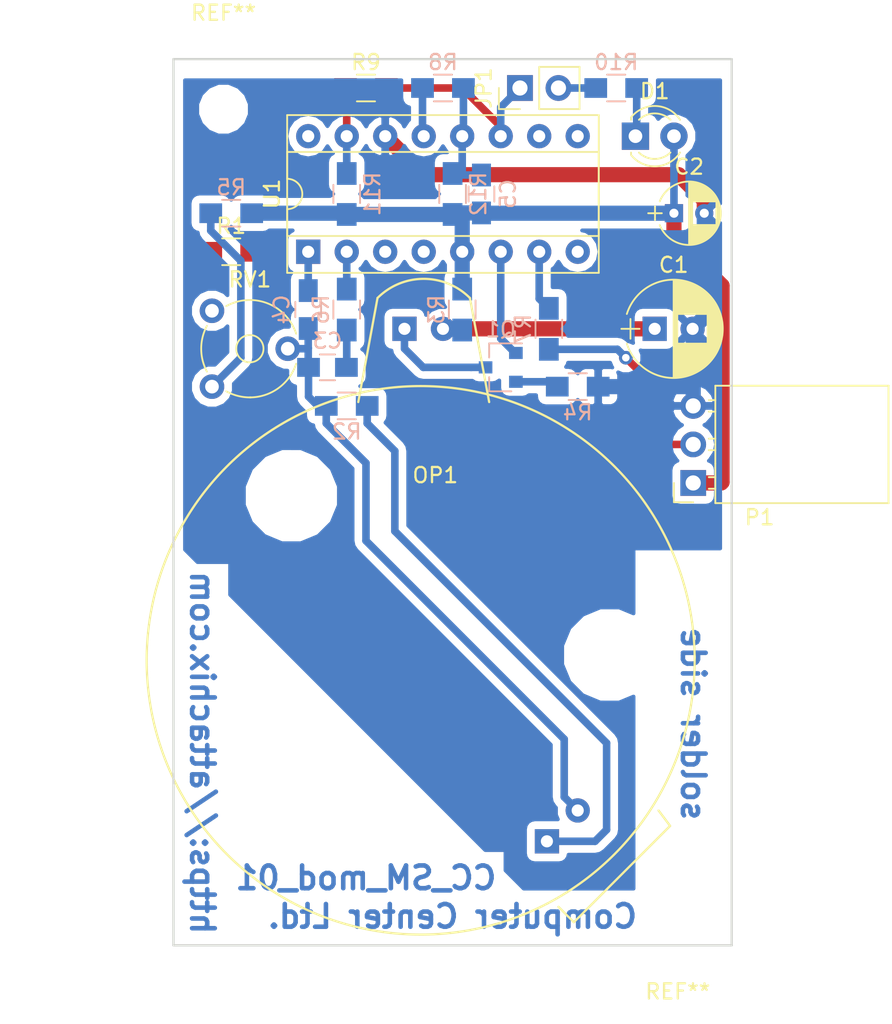
<source format=kicad_pcb>
(kicad_pcb (version 4) (host pcbnew 4.0.5)

  (general
    (links 41)
    (no_connects 3)
    (area 110.280857 84.827 164.499001 151.493)
    (thickness 1.6)
    (drawings 19)
    (tracks 95)
    (zones 0)
    (modules 26)
    (nets 27)
  )

  (page A4)
  (title_block
    (title CC_SM_mod)
    (date 2017-03-15)
    (rev 1.0)
    (company "Computer Center Ltd.")
  )

  (layers
    (0 F.Cu signal)
    (31 B.Cu signal)
    (32 B.Adhes user)
    (33 F.Adhes user)
    (34 B.Paste user)
    (35 F.Paste user)
    (36 B.SilkS user)
    (37 F.SilkS user)
    (38 B.Mask user)
    (39 F.Mask user)
    (40 Dwgs.User user)
    (41 Cmts.User user)
    (42 Eco1.User user)
    (43 Eco2.User user)
    (44 Edge.Cuts user)
    (45 Margin user)
    (46 B.CrtYd user)
    (47 F.CrtYd user)
    (48 B.Fab user)
    (49 F.Fab user)
  )

  (setup
    (last_trace_width 0.25)
    (user_trace_width 0.25)
    (user_trace_width 0.35)
    (user_trace_width 0.5)
    (user_trace_width 0.75)
    (user_trace_width 1)
    (user_trace_width 1.5)
    (user_trace_width 2)
    (user_trace_width 3)
    (trace_clearance 0.25)
    (zone_clearance 0.508)
    (zone_45_only no)
    (trace_min 0.25)
    (segment_width 0.2)
    (edge_width 0.15)
    (via_size 0.9)
    (via_drill 0.5)
    (via_min_size 0.9)
    (via_min_drill 0.5)
    (user_via 0.9 0.5)
    (user_via 1.2 0.8)
    (uvia_size 0.3)
    (uvia_drill 0.1)
    (uvias_allowed no)
    (uvia_min_size 0.2)
    (uvia_min_drill 0.1)
    (pcb_text_width 0.3)
    (pcb_text_size 1.5 1.5)
    (mod_edge_width 0.15)
    (mod_text_size 1 1)
    (mod_text_width 0.15)
    (pad_size 1.524 1.524)
    (pad_drill 0.762)
    (pad_to_mask_clearance 0.2)
    (aux_axis_origin 0 0)
    (visible_elements 7FFFFFFF)
    (pcbplotparams
      (layerselection 0x010f0_80000001)
      (usegerberextensions false)
      (excludeedgelayer true)
      (linewidth 0.100000)
      (plotframeref false)
      (viasonmask false)
      (mode 1)
      (useauxorigin false)
      (hpglpennumber 1)
      (hpglpenspeed 20)
      (hpglpendiameter 15)
      (hpglpenoverlay 2)
      (psnegative false)
      (psa4output false)
      (plotreference true)
      (plotvalue true)
      (plotinvisibletext false)
      (padsonsilk false)
      (subtractmaskfromsilk false)
      (outputformat 1)
      (mirror false)
      (drillshape 0)
      (scaleselection 1)
      (outputdirectory ""))
  )

  (net 0 "")
  (net 1 "Net-(Q1-Pad1)")
  (net 2 "Net-(Q1-Pad2)")
  (net 3 "Net-(OP1-Pad4)")
  (net 4 "Net-(C1-Pad1)")
  (net 5 GND)
  (net 6 VAA)
  (net 7 "Net-(C3-Pad1)")
  (net 8 "Net-(C3-Pad2)")
  (net 9 "Net-(C4-Pad1)")
  (net 10 "Net-(C5-Pad2)")
  (net 11 "Net-(D1-Pad1)")
  (net 12 "Net-(JP1-Pad1)")
  (net 13 "Net-(JP1-Pad2)")
  (net 14 "Net-(OP1-Pad1)")
  (net 15 "Net-(P1-Pad2)")
  (net 16 "Net-(R1-Pad1)")
  (net 17 "Net-(R1-Pad2)")
  (net 18 "Net-(R5-Pad2)")
  (net 19 "Net-(R6-Pad1)")
  (net 20 "Net-(R7-Pad1)")
  (net 21 "Net-(R8-Pad2)")
  (net 22 "Net-(R11-Pad2)")
  (net 23 "Net-(U1-Pad9)")
  (net 24 "Net-(U1-Pad10)")
  (net 25 "Net-(U1-Pad8)")
  (net 26 "Net-(U1-Pad16)")

  (net_class Default "This is the default net class."
    (clearance 0.25)
    (trace_width 0.25)
    (via_dia 0.9)
    (via_drill 0.5)
    (uvia_dia 0.3)
    (uvia_drill 0.1)
    (add_net GND)
    (add_net "Net-(C1-Pad1)")
    (add_net "Net-(C3-Pad1)")
    (add_net "Net-(C3-Pad2)")
    (add_net "Net-(C4-Pad1)")
    (add_net "Net-(C5-Pad2)")
    (add_net "Net-(D1-Pad1)")
    (add_net "Net-(JP1-Pad1)")
    (add_net "Net-(JP1-Pad2)")
    (add_net "Net-(OP1-Pad1)")
    (add_net "Net-(OP1-Pad4)")
    (add_net "Net-(P1-Pad2)")
    (add_net "Net-(Q1-Pad1)")
    (add_net "Net-(Q1-Pad2)")
    (add_net "Net-(R1-Pad1)")
    (add_net "Net-(R1-Pad2)")
    (add_net "Net-(R11-Pad2)")
    (add_net "Net-(R5-Pad2)")
    (add_net "Net-(R6-Pad1)")
    (add_net "Net-(R7-Pad1)")
    (add_net "Net-(R8-Pad2)")
    (add_net "Net-(U1-Pad10)")
    (add_net "Net-(U1-Pad16)")
    (add_net "Net-(U1-Pad8)")
    (add_net "Net-(U1-Pad9)")
    (add_net VAA)
  )

  (module SOT-23 (layer B.Cu) (tedit 5883B105) (tstamp 58C9B033)
    (at 138.43 109.22 180)
    (descr "SOT-23, Standard")
    (tags SOT-23)
    (path /58C812F1)
    (attr smd)
    (fp_text reference Q1 (at 0 2.5 180) (layer B.SilkS)
      (effects (font (size 1 1) (thickness 0.15)) (justify mirror))
    )
    (fp_text value BC847 (at 0 -2.5 180) (layer B.Fab)
      (effects (font (size 1 1) (thickness 0.15)) (justify mirror))
    )
    (fp_line (start -0.7 0.95) (end -0.7 -1.5) (layer B.Fab) (width 0.1))
    (fp_line (start -0.15 1.52) (end 0.7 1.52) (layer B.Fab) (width 0.1))
    (fp_line (start -0.7 0.95) (end -0.15 1.52) (layer B.Fab) (width 0.1))
    (fp_line (start 0.7 1.52) (end 0.7 -1.52) (layer B.Fab) (width 0.1))
    (fp_line (start -0.7 -1.52) (end 0.7 -1.52) (layer B.Fab) (width 0.1))
    (fp_line (start 0.76 -1.58) (end 0.76 -0.65) (layer B.SilkS) (width 0.12))
    (fp_line (start 0.76 1.58) (end 0.76 0.65) (layer B.SilkS) (width 0.12))
    (fp_line (start -1.7 1.75) (end 1.7 1.75) (layer B.CrtYd) (width 0.05))
    (fp_line (start 1.7 1.75) (end 1.7 -1.75) (layer B.CrtYd) (width 0.05))
    (fp_line (start 1.7 -1.75) (end -1.7 -1.75) (layer B.CrtYd) (width 0.05))
    (fp_line (start -1.7 -1.75) (end -1.7 1.75) (layer B.CrtYd) (width 0.05))
    (fp_line (start 0.76 1.58) (end -1.4 1.58) (layer B.SilkS) (width 0.12))
    (fp_line (start 0.76 -1.58) (end -0.7 -1.58) (layer B.SilkS) (width 0.12))
    (pad 1 smd rect (at -1 0.95 180) (size 0.9 0.8) (layers B.Cu B.Paste B.Mask)
      (net 1 "Net-(Q1-Pad1)"))
    (pad 2 smd rect (at -1 -0.95 180) (size 0.9 0.8) (layers B.Cu B.Paste B.Mask)
      (net 2 "Net-(Q1-Pad2)"))
    (pad 3 smd rect (at 1 0 180) (size 0.9 0.8) (layers B.Cu B.Paste B.Mask)
      (net 3 "Net-(OP1-Pad4)"))
    (model TO_SOT_Packages_SMD.3dshapes/SOT-23.wrl
      (at (xyz 0 0 0))
      (scale (xyz 1 1 1))
      (rotate (xyz 0 0 90))
    )
  )

  (module Capacitors_THT:CP_Radial_D6.3mm_P2.50mm (layer F.Cu) (tedit 58765D06) (tstamp 58C9B485)
    (at 148.59 106.68)
    (descr "CP, Radial series, Radial, pin pitch=2.50mm, , diameter=6.3mm, Electrolytic Capacitor")
    (tags "CP Radial series Radial pin pitch 2.50mm  diameter 6.3mm Electrolytic Capacitor")
    (path /58C849B4)
    (fp_text reference C1 (at 1.25 -4.21) (layer F.SilkS)
      (effects (font (size 1 1) (thickness 0.15)))
    )
    (fp_text value 100uF (at 1.25 4.21) (layer F.Fab)
      (effects (font (size 1 1) (thickness 0.15)))
    )
    (fp_arc (start 1.25 0) (end -1.838236 -0.98) (angle 144.8) (layer F.SilkS) (width 0.12))
    (fp_arc (start 1.25 0) (end -1.838236 0.98) (angle -144.8) (layer F.SilkS) (width 0.12))
    (fp_arc (start 1.25 0) (end 4.338236 -0.98) (angle 35.2) (layer F.SilkS) (width 0.12))
    (fp_circle (center 1.25 0) (end 4.4 0) (layer F.Fab) (width 0.1))
    (fp_line (start -2.2 0) (end -1 0) (layer F.Fab) (width 0.1))
    (fp_line (start -1.6 -0.65) (end -1.6 0.65) (layer F.Fab) (width 0.1))
    (fp_line (start 1.25 -3.2) (end 1.25 3.2) (layer F.SilkS) (width 0.12))
    (fp_line (start 1.29 -3.2) (end 1.29 3.2) (layer F.SilkS) (width 0.12))
    (fp_line (start 1.33 -3.2) (end 1.33 3.2) (layer F.SilkS) (width 0.12))
    (fp_line (start 1.37 -3.198) (end 1.37 3.198) (layer F.SilkS) (width 0.12))
    (fp_line (start 1.41 -3.197) (end 1.41 3.197) (layer F.SilkS) (width 0.12))
    (fp_line (start 1.45 -3.194) (end 1.45 3.194) (layer F.SilkS) (width 0.12))
    (fp_line (start 1.49 -3.192) (end 1.49 3.192) (layer F.SilkS) (width 0.12))
    (fp_line (start 1.53 -3.188) (end 1.53 -0.98) (layer F.SilkS) (width 0.12))
    (fp_line (start 1.53 0.98) (end 1.53 3.188) (layer F.SilkS) (width 0.12))
    (fp_line (start 1.57 -3.185) (end 1.57 -0.98) (layer F.SilkS) (width 0.12))
    (fp_line (start 1.57 0.98) (end 1.57 3.185) (layer F.SilkS) (width 0.12))
    (fp_line (start 1.61 -3.18) (end 1.61 -0.98) (layer F.SilkS) (width 0.12))
    (fp_line (start 1.61 0.98) (end 1.61 3.18) (layer F.SilkS) (width 0.12))
    (fp_line (start 1.65 -3.176) (end 1.65 -0.98) (layer F.SilkS) (width 0.12))
    (fp_line (start 1.65 0.98) (end 1.65 3.176) (layer F.SilkS) (width 0.12))
    (fp_line (start 1.69 -3.17) (end 1.69 -0.98) (layer F.SilkS) (width 0.12))
    (fp_line (start 1.69 0.98) (end 1.69 3.17) (layer F.SilkS) (width 0.12))
    (fp_line (start 1.73 -3.165) (end 1.73 -0.98) (layer F.SilkS) (width 0.12))
    (fp_line (start 1.73 0.98) (end 1.73 3.165) (layer F.SilkS) (width 0.12))
    (fp_line (start 1.77 -3.158) (end 1.77 -0.98) (layer F.SilkS) (width 0.12))
    (fp_line (start 1.77 0.98) (end 1.77 3.158) (layer F.SilkS) (width 0.12))
    (fp_line (start 1.81 -3.152) (end 1.81 -0.98) (layer F.SilkS) (width 0.12))
    (fp_line (start 1.81 0.98) (end 1.81 3.152) (layer F.SilkS) (width 0.12))
    (fp_line (start 1.85 -3.144) (end 1.85 -0.98) (layer F.SilkS) (width 0.12))
    (fp_line (start 1.85 0.98) (end 1.85 3.144) (layer F.SilkS) (width 0.12))
    (fp_line (start 1.89 -3.137) (end 1.89 -0.98) (layer F.SilkS) (width 0.12))
    (fp_line (start 1.89 0.98) (end 1.89 3.137) (layer F.SilkS) (width 0.12))
    (fp_line (start 1.93 -3.128) (end 1.93 -0.98) (layer F.SilkS) (width 0.12))
    (fp_line (start 1.93 0.98) (end 1.93 3.128) (layer F.SilkS) (width 0.12))
    (fp_line (start 1.971 -3.119) (end 1.971 -0.98) (layer F.SilkS) (width 0.12))
    (fp_line (start 1.971 0.98) (end 1.971 3.119) (layer F.SilkS) (width 0.12))
    (fp_line (start 2.011 -3.11) (end 2.011 -0.98) (layer F.SilkS) (width 0.12))
    (fp_line (start 2.011 0.98) (end 2.011 3.11) (layer F.SilkS) (width 0.12))
    (fp_line (start 2.051 -3.1) (end 2.051 -0.98) (layer F.SilkS) (width 0.12))
    (fp_line (start 2.051 0.98) (end 2.051 3.1) (layer F.SilkS) (width 0.12))
    (fp_line (start 2.091 -3.09) (end 2.091 -0.98) (layer F.SilkS) (width 0.12))
    (fp_line (start 2.091 0.98) (end 2.091 3.09) (layer F.SilkS) (width 0.12))
    (fp_line (start 2.131 -3.079) (end 2.131 -0.98) (layer F.SilkS) (width 0.12))
    (fp_line (start 2.131 0.98) (end 2.131 3.079) (layer F.SilkS) (width 0.12))
    (fp_line (start 2.171 -3.067) (end 2.171 -0.98) (layer F.SilkS) (width 0.12))
    (fp_line (start 2.171 0.98) (end 2.171 3.067) (layer F.SilkS) (width 0.12))
    (fp_line (start 2.211 -3.055) (end 2.211 -0.98) (layer F.SilkS) (width 0.12))
    (fp_line (start 2.211 0.98) (end 2.211 3.055) (layer F.SilkS) (width 0.12))
    (fp_line (start 2.251 -3.042) (end 2.251 -0.98) (layer F.SilkS) (width 0.12))
    (fp_line (start 2.251 0.98) (end 2.251 3.042) (layer F.SilkS) (width 0.12))
    (fp_line (start 2.291 -3.029) (end 2.291 -0.98) (layer F.SilkS) (width 0.12))
    (fp_line (start 2.291 0.98) (end 2.291 3.029) (layer F.SilkS) (width 0.12))
    (fp_line (start 2.331 -3.015) (end 2.331 -0.98) (layer F.SilkS) (width 0.12))
    (fp_line (start 2.331 0.98) (end 2.331 3.015) (layer F.SilkS) (width 0.12))
    (fp_line (start 2.371 -3.001) (end 2.371 -0.98) (layer F.SilkS) (width 0.12))
    (fp_line (start 2.371 0.98) (end 2.371 3.001) (layer F.SilkS) (width 0.12))
    (fp_line (start 2.411 -2.986) (end 2.411 -0.98) (layer F.SilkS) (width 0.12))
    (fp_line (start 2.411 0.98) (end 2.411 2.986) (layer F.SilkS) (width 0.12))
    (fp_line (start 2.451 -2.97) (end 2.451 -0.98) (layer F.SilkS) (width 0.12))
    (fp_line (start 2.451 0.98) (end 2.451 2.97) (layer F.SilkS) (width 0.12))
    (fp_line (start 2.491 -2.954) (end 2.491 -0.98) (layer F.SilkS) (width 0.12))
    (fp_line (start 2.491 0.98) (end 2.491 2.954) (layer F.SilkS) (width 0.12))
    (fp_line (start 2.531 -2.937) (end 2.531 -0.98) (layer F.SilkS) (width 0.12))
    (fp_line (start 2.531 0.98) (end 2.531 2.937) (layer F.SilkS) (width 0.12))
    (fp_line (start 2.571 -2.919) (end 2.571 -0.98) (layer F.SilkS) (width 0.12))
    (fp_line (start 2.571 0.98) (end 2.571 2.919) (layer F.SilkS) (width 0.12))
    (fp_line (start 2.611 -2.901) (end 2.611 -0.98) (layer F.SilkS) (width 0.12))
    (fp_line (start 2.611 0.98) (end 2.611 2.901) (layer F.SilkS) (width 0.12))
    (fp_line (start 2.651 -2.882) (end 2.651 -0.98) (layer F.SilkS) (width 0.12))
    (fp_line (start 2.651 0.98) (end 2.651 2.882) (layer F.SilkS) (width 0.12))
    (fp_line (start 2.691 -2.863) (end 2.691 -0.98) (layer F.SilkS) (width 0.12))
    (fp_line (start 2.691 0.98) (end 2.691 2.863) (layer F.SilkS) (width 0.12))
    (fp_line (start 2.731 -2.843) (end 2.731 -0.98) (layer F.SilkS) (width 0.12))
    (fp_line (start 2.731 0.98) (end 2.731 2.843) (layer F.SilkS) (width 0.12))
    (fp_line (start 2.771 -2.822) (end 2.771 -0.98) (layer F.SilkS) (width 0.12))
    (fp_line (start 2.771 0.98) (end 2.771 2.822) (layer F.SilkS) (width 0.12))
    (fp_line (start 2.811 -2.8) (end 2.811 -0.98) (layer F.SilkS) (width 0.12))
    (fp_line (start 2.811 0.98) (end 2.811 2.8) (layer F.SilkS) (width 0.12))
    (fp_line (start 2.851 -2.778) (end 2.851 -0.98) (layer F.SilkS) (width 0.12))
    (fp_line (start 2.851 0.98) (end 2.851 2.778) (layer F.SilkS) (width 0.12))
    (fp_line (start 2.891 -2.755) (end 2.891 -0.98) (layer F.SilkS) (width 0.12))
    (fp_line (start 2.891 0.98) (end 2.891 2.755) (layer F.SilkS) (width 0.12))
    (fp_line (start 2.931 -2.731) (end 2.931 -0.98) (layer F.SilkS) (width 0.12))
    (fp_line (start 2.931 0.98) (end 2.931 2.731) (layer F.SilkS) (width 0.12))
    (fp_line (start 2.971 -2.706) (end 2.971 -0.98) (layer F.SilkS) (width 0.12))
    (fp_line (start 2.971 0.98) (end 2.971 2.706) (layer F.SilkS) (width 0.12))
    (fp_line (start 3.011 -2.681) (end 3.011 -0.98) (layer F.SilkS) (width 0.12))
    (fp_line (start 3.011 0.98) (end 3.011 2.681) (layer F.SilkS) (width 0.12))
    (fp_line (start 3.051 -2.654) (end 3.051 -0.98) (layer F.SilkS) (width 0.12))
    (fp_line (start 3.051 0.98) (end 3.051 2.654) (layer F.SilkS) (width 0.12))
    (fp_line (start 3.091 -2.627) (end 3.091 -0.98) (layer F.SilkS) (width 0.12))
    (fp_line (start 3.091 0.98) (end 3.091 2.627) (layer F.SilkS) (width 0.12))
    (fp_line (start 3.131 -2.599) (end 3.131 -0.98) (layer F.SilkS) (width 0.12))
    (fp_line (start 3.131 0.98) (end 3.131 2.599) (layer F.SilkS) (width 0.12))
    (fp_line (start 3.171 -2.57) (end 3.171 -0.98) (layer F.SilkS) (width 0.12))
    (fp_line (start 3.171 0.98) (end 3.171 2.57) (layer F.SilkS) (width 0.12))
    (fp_line (start 3.211 -2.54) (end 3.211 -0.98) (layer F.SilkS) (width 0.12))
    (fp_line (start 3.211 0.98) (end 3.211 2.54) (layer F.SilkS) (width 0.12))
    (fp_line (start 3.251 -2.51) (end 3.251 -0.98) (layer F.SilkS) (width 0.12))
    (fp_line (start 3.251 0.98) (end 3.251 2.51) (layer F.SilkS) (width 0.12))
    (fp_line (start 3.291 -2.478) (end 3.291 -0.98) (layer F.SilkS) (width 0.12))
    (fp_line (start 3.291 0.98) (end 3.291 2.478) (layer F.SilkS) (width 0.12))
    (fp_line (start 3.331 -2.445) (end 3.331 -0.98) (layer F.SilkS) (width 0.12))
    (fp_line (start 3.331 0.98) (end 3.331 2.445) (layer F.SilkS) (width 0.12))
    (fp_line (start 3.371 -2.411) (end 3.371 -0.98) (layer F.SilkS) (width 0.12))
    (fp_line (start 3.371 0.98) (end 3.371 2.411) (layer F.SilkS) (width 0.12))
    (fp_line (start 3.411 -2.375) (end 3.411 -0.98) (layer F.SilkS) (width 0.12))
    (fp_line (start 3.411 0.98) (end 3.411 2.375) (layer F.SilkS) (width 0.12))
    (fp_line (start 3.451 -2.339) (end 3.451 -0.98) (layer F.SilkS) (width 0.12))
    (fp_line (start 3.451 0.98) (end 3.451 2.339) (layer F.SilkS) (width 0.12))
    (fp_line (start 3.491 -2.301) (end 3.491 2.301) (layer F.SilkS) (width 0.12))
    (fp_line (start 3.531 -2.262) (end 3.531 2.262) (layer F.SilkS) (width 0.12))
    (fp_line (start 3.571 -2.222) (end 3.571 2.222) (layer F.SilkS) (width 0.12))
    (fp_line (start 3.611 -2.18) (end 3.611 2.18) (layer F.SilkS) (width 0.12))
    (fp_line (start 3.651 -2.137) (end 3.651 2.137) (layer F.SilkS) (width 0.12))
    (fp_line (start 3.691 -2.092) (end 3.691 2.092) (layer F.SilkS) (width 0.12))
    (fp_line (start 3.731 -2.045) (end 3.731 2.045) (layer F.SilkS) (width 0.12))
    (fp_line (start 3.771 -1.997) (end 3.771 1.997) (layer F.SilkS) (width 0.12))
    (fp_line (start 3.811 -1.946) (end 3.811 1.946) (layer F.SilkS) (width 0.12))
    (fp_line (start 3.851 -1.894) (end 3.851 1.894) (layer F.SilkS) (width 0.12))
    (fp_line (start 3.891 -1.839) (end 3.891 1.839) (layer F.SilkS) (width 0.12))
    (fp_line (start 3.931 -1.781) (end 3.931 1.781) (layer F.SilkS) (width 0.12))
    (fp_line (start 3.971 -1.721) (end 3.971 1.721) (layer F.SilkS) (width 0.12))
    (fp_line (start 4.011 -1.658) (end 4.011 1.658) (layer F.SilkS) (width 0.12))
    (fp_line (start 4.051 -1.591) (end 4.051 1.591) (layer F.SilkS) (width 0.12))
    (fp_line (start 4.091 -1.52) (end 4.091 1.52) (layer F.SilkS) (width 0.12))
    (fp_line (start 4.131 -1.445) (end 4.131 1.445) (layer F.SilkS) (width 0.12))
    (fp_line (start 4.171 -1.364) (end 4.171 1.364) (layer F.SilkS) (width 0.12))
    (fp_line (start 4.211 -1.278) (end 4.211 1.278) (layer F.SilkS) (width 0.12))
    (fp_line (start 4.251 -1.184) (end 4.251 1.184) (layer F.SilkS) (width 0.12))
    (fp_line (start 4.291 -1.081) (end 4.291 1.081) (layer F.SilkS) (width 0.12))
    (fp_line (start 4.331 -0.966) (end 4.331 0.966) (layer F.SilkS) (width 0.12))
    (fp_line (start 4.371 -0.834) (end 4.371 0.834) (layer F.SilkS) (width 0.12))
    (fp_line (start 4.411 -0.676) (end 4.411 0.676) (layer F.SilkS) (width 0.12))
    (fp_line (start 4.451 -0.468) (end 4.451 0.468) (layer F.SilkS) (width 0.12))
    (fp_line (start -2.2 0) (end -1 0) (layer F.SilkS) (width 0.12))
    (fp_line (start -1.6 -0.65) (end -1.6 0.65) (layer F.SilkS) (width 0.12))
    (fp_line (start -2.25 -3.5) (end -2.25 3.5) (layer F.CrtYd) (width 0.05))
    (fp_line (start -2.25 3.5) (end 4.75 3.5) (layer F.CrtYd) (width 0.05))
    (fp_line (start 4.75 3.5) (end 4.75 -3.5) (layer F.CrtYd) (width 0.05))
    (fp_line (start 4.75 -3.5) (end -2.25 -3.5) (layer F.CrtYd) (width 0.05))
    (pad 1 thru_hole rect (at 0 0) (size 1.6 1.6) (drill 0.8) (layers *.Cu *.Mask)
      (net 4 "Net-(C1-Pad1)"))
    (pad 2 thru_hole circle (at 2.5 0) (size 1.6 1.6) (drill 0.8) (layers *.Cu *.Mask)
      (net 5 GND))
    (model Capacitors_THT.3dshapes/CP_Radial_D6.3mm_P2.50mm.wrl
      (at (xyz 0 0 0))
      (scale (xyz 0.393701 0.393701 0.393701))
      (rotate (xyz 0 0 0))
    )
  )

  (module Capacitors_THT:CP_Radial_D4.0mm_P2.00mm (layer F.Cu) (tedit 58765D06) (tstamp 58C9B4F3)
    (at 149.86 99.06)
    (descr "CP, Radial series, Radial, pin pitch=2.00mm, , diameter=4mm, Electrolytic Capacitor")
    (tags "CP Radial series Radial pin pitch 2.00mm  diameter 4mm Electrolytic Capacitor")
    (path /58C84A36)
    (fp_text reference C2 (at 1 -3.06) (layer F.SilkS)
      (effects (font (size 1 1) (thickness 0.15)))
    )
    (fp_text value 22uF (at 1 3.06) (layer F.Fab)
      (effects (font (size 1 1) (thickness 0.15)))
    )
    (fp_arc (start 1 0) (end -0.938995 -0.78) (angle 136.2) (layer F.SilkS) (width 0.12))
    (fp_arc (start 1 0) (end -0.938995 0.78) (angle -136.2) (layer F.SilkS) (width 0.12))
    (fp_arc (start 1 0) (end 2.938995 -0.78) (angle 43.8) (layer F.SilkS) (width 0.12))
    (fp_circle (center 1 0) (end 3 0) (layer F.Fab) (width 0.1))
    (fp_line (start -1.7 0) (end -0.8 0) (layer F.Fab) (width 0.1))
    (fp_line (start -1.25 -0.45) (end -1.25 0.45) (layer F.Fab) (width 0.1))
    (fp_line (start 1 -2.05) (end 1 2.05) (layer F.SilkS) (width 0.12))
    (fp_line (start 1.04 -2.05) (end 1.04 2.05) (layer F.SilkS) (width 0.12))
    (fp_line (start 1.08 -2.049) (end 1.08 2.049) (layer F.SilkS) (width 0.12))
    (fp_line (start 1.12 -2.047) (end 1.12 2.047) (layer F.SilkS) (width 0.12))
    (fp_line (start 1.16 -2.044) (end 1.16 2.044) (layer F.SilkS) (width 0.12))
    (fp_line (start 1.2 -2.041) (end 1.2 2.041) (layer F.SilkS) (width 0.12))
    (fp_line (start 1.24 -2.037) (end 1.24 -0.78) (layer F.SilkS) (width 0.12))
    (fp_line (start 1.24 0.78) (end 1.24 2.037) (layer F.SilkS) (width 0.12))
    (fp_line (start 1.28 -2.032) (end 1.28 -0.78) (layer F.SilkS) (width 0.12))
    (fp_line (start 1.28 0.78) (end 1.28 2.032) (layer F.SilkS) (width 0.12))
    (fp_line (start 1.32 -2.026) (end 1.32 -0.78) (layer F.SilkS) (width 0.12))
    (fp_line (start 1.32 0.78) (end 1.32 2.026) (layer F.SilkS) (width 0.12))
    (fp_line (start 1.36 -2.019) (end 1.36 -0.78) (layer F.SilkS) (width 0.12))
    (fp_line (start 1.36 0.78) (end 1.36 2.019) (layer F.SilkS) (width 0.12))
    (fp_line (start 1.4 -2.012) (end 1.4 -0.78) (layer F.SilkS) (width 0.12))
    (fp_line (start 1.4 0.78) (end 1.4 2.012) (layer F.SilkS) (width 0.12))
    (fp_line (start 1.44 -2.004) (end 1.44 -0.78) (layer F.SilkS) (width 0.12))
    (fp_line (start 1.44 0.78) (end 1.44 2.004) (layer F.SilkS) (width 0.12))
    (fp_line (start 1.48 -1.995) (end 1.48 -0.78) (layer F.SilkS) (width 0.12))
    (fp_line (start 1.48 0.78) (end 1.48 1.995) (layer F.SilkS) (width 0.12))
    (fp_line (start 1.52 -1.985) (end 1.52 -0.78) (layer F.SilkS) (width 0.12))
    (fp_line (start 1.52 0.78) (end 1.52 1.985) (layer F.SilkS) (width 0.12))
    (fp_line (start 1.56 -1.974) (end 1.56 -0.78) (layer F.SilkS) (width 0.12))
    (fp_line (start 1.56 0.78) (end 1.56 1.974) (layer F.SilkS) (width 0.12))
    (fp_line (start 1.6 -1.963) (end 1.6 -0.78) (layer F.SilkS) (width 0.12))
    (fp_line (start 1.6 0.78) (end 1.6 1.963) (layer F.SilkS) (width 0.12))
    (fp_line (start 1.64 -1.95) (end 1.64 -0.78) (layer F.SilkS) (width 0.12))
    (fp_line (start 1.64 0.78) (end 1.64 1.95) (layer F.SilkS) (width 0.12))
    (fp_line (start 1.68 -1.937) (end 1.68 -0.78) (layer F.SilkS) (width 0.12))
    (fp_line (start 1.68 0.78) (end 1.68 1.937) (layer F.SilkS) (width 0.12))
    (fp_line (start 1.721 -1.923) (end 1.721 -0.78) (layer F.SilkS) (width 0.12))
    (fp_line (start 1.721 0.78) (end 1.721 1.923) (layer F.SilkS) (width 0.12))
    (fp_line (start 1.761 -1.907) (end 1.761 -0.78) (layer F.SilkS) (width 0.12))
    (fp_line (start 1.761 0.78) (end 1.761 1.907) (layer F.SilkS) (width 0.12))
    (fp_line (start 1.801 -1.891) (end 1.801 -0.78) (layer F.SilkS) (width 0.12))
    (fp_line (start 1.801 0.78) (end 1.801 1.891) (layer F.SilkS) (width 0.12))
    (fp_line (start 1.841 -1.874) (end 1.841 -0.78) (layer F.SilkS) (width 0.12))
    (fp_line (start 1.841 0.78) (end 1.841 1.874) (layer F.SilkS) (width 0.12))
    (fp_line (start 1.881 -1.856) (end 1.881 -0.78) (layer F.SilkS) (width 0.12))
    (fp_line (start 1.881 0.78) (end 1.881 1.856) (layer F.SilkS) (width 0.12))
    (fp_line (start 1.921 -1.837) (end 1.921 -0.78) (layer F.SilkS) (width 0.12))
    (fp_line (start 1.921 0.78) (end 1.921 1.837) (layer F.SilkS) (width 0.12))
    (fp_line (start 1.961 -1.817) (end 1.961 -0.78) (layer F.SilkS) (width 0.12))
    (fp_line (start 1.961 0.78) (end 1.961 1.817) (layer F.SilkS) (width 0.12))
    (fp_line (start 2.001 -1.796) (end 2.001 -0.78) (layer F.SilkS) (width 0.12))
    (fp_line (start 2.001 0.78) (end 2.001 1.796) (layer F.SilkS) (width 0.12))
    (fp_line (start 2.041 -1.773) (end 2.041 -0.78) (layer F.SilkS) (width 0.12))
    (fp_line (start 2.041 0.78) (end 2.041 1.773) (layer F.SilkS) (width 0.12))
    (fp_line (start 2.081 -1.75) (end 2.081 -0.78) (layer F.SilkS) (width 0.12))
    (fp_line (start 2.081 0.78) (end 2.081 1.75) (layer F.SilkS) (width 0.12))
    (fp_line (start 2.121 -1.725) (end 2.121 -0.78) (layer F.SilkS) (width 0.12))
    (fp_line (start 2.121 0.78) (end 2.121 1.725) (layer F.SilkS) (width 0.12))
    (fp_line (start 2.161 -1.699) (end 2.161 -0.78) (layer F.SilkS) (width 0.12))
    (fp_line (start 2.161 0.78) (end 2.161 1.699) (layer F.SilkS) (width 0.12))
    (fp_line (start 2.201 -1.672) (end 2.201 -0.78) (layer F.SilkS) (width 0.12))
    (fp_line (start 2.201 0.78) (end 2.201 1.672) (layer F.SilkS) (width 0.12))
    (fp_line (start 2.241 -1.643) (end 2.241 -0.78) (layer F.SilkS) (width 0.12))
    (fp_line (start 2.241 0.78) (end 2.241 1.643) (layer F.SilkS) (width 0.12))
    (fp_line (start 2.281 -1.613) (end 2.281 -0.78) (layer F.SilkS) (width 0.12))
    (fp_line (start 2.281 0.78) (end 2.281 1.613) (layer F.SilkS) (width 0.12))
    (fp_line (start 2.321 -1.581) (end 2.321 -0.78) (layer F.SilkS) (width 0.12))
    (fp_line (start 2.321 0.78) (end 2.321 1.581) (layer F.SilkS) (width 0.12))
    (fp_line (start 2.361 -1.547) (end 2.361 -0.78) (layer F.SilkS) (width 0.12))
    (fp_line (start 2.361 0.78) (end 2.361 1.547) (layer F.SilkS) (width 0.12))
    (fp_line (start 2.401 -1.512) (end 2.401 -0.78) (layer F.SilkS) (width 0.12))
    (fp_line (start 2.401 0.78) (end 2.401 1.512) (layer F.SilkS) (width 0.12))
    (fp_line (start 2.441 -1.475) (end 2.441 -0.78) (layer F.SilkS) (width 0.12))
    (fp_line (start 2.441 0.78) (end 2.441 1.475) (layer F.SilkS) (width 0.12))
    (fp_line (start 2.481 -1.436) (end 2.481 -0.78) (layer F.SilkS) (width 0.12))
    (fp_line (start 2.481 0.78) (end 2.481 1.436) (layer F.SilkS) (width 0.12))
    (fp_line (start 2.521 -1.395) (end 2.521 -0.78) (layer F.SilkS) (width 0.12))
    (fp_line (start 2.521 0.78) (end 2.521 1.395) (layer F.SilkS) (width 0.12))
    (fp_line (start 2.561 -1.351) (end 2.561 -0.78) (layer F.SilkS) (width 0.12))
    (fp_line (start 2.561 0.78) (end 2.561 1.351) (layer F.SilkS) (width 0.12))
    (fp_line (start 2.601 -1.305) (end 2.601 -0.78) (layer F.SilkS) (width 0.12))
    (fp_line (start 2.601 0.78) (end 2.601 1.305) (layer F.SilkS) (width 0.12))
    (fp_line (start 2.641 -1.256) (end 2.641 -0.78) (layer F.SilkS) (width 0.12))
    (fp_line (start 2.641 0.78) (end 2.641 1.256) (layer F.SilkS) (width 0.12))
    (fp_line (start 2.681 -1.204) (end 2.681 -0.78) (layer F.SilkS) (width 0.12))
    (fp_line (start 2.681 0.78) (end 2.681 1.204) (layer F.SilkS) (width 0.12))
    (fp_line (start 2.721 -1.148) (end 2.721 -0.78) (layer F.SilkS) (width 0.12))
    (fp_line (start 2.721 0.78) (end 2.721 1.148) (layer F.SilkS) (width 0.12))
    (fp_line (start 2.761 -1.088) (end 2.761 -0.78) (layer F.SilkS) (width 0.12))
    (fp_line (start 2.761 0.78) (end 2.761 1.088) (layer F.SilkS) (width 0.12))
    (fp_line (start 2.801 -1.023) (end 2.801 1.023) (layer F.SilkS) (width 0.12))
    (fp_line (start 2.841 -0.952) (end 2.841 0.952) (layer F.SilkS) (width 0.12))
    (fp_line (start 2.881 -0.874) (end 2.881 0.874) (layer F.SilkS) (width 0.12))
    (fp_line (start 2.921 -0.786) (end 2.921 0.786) (layer F.SilkS) (width 0.12))
    (fp_line (start 2.961 -0.686) (end 2.961 0.686) (layer F.SilkS) (width 0.12))
    (fp_line (start 3.001 -0.567) (end 3.001 0.567) (layer F.SilkS) (width 0.12))
    (fp_line (start 3.041 -0.415) (end 3.041 0.415) (layer F.SilkS) (width 0.12))
    (fp_line (start 3.081 -0.165) (end 3.081 0.165) (layer F.SilkS) (width 0.12))
    (fp_line (start -1.7 0) (end -0.8 0) (layer F.SilkS) (width 0.12))
    (fp_line (start -1.25 -0.45) (end -1.25 0.45) (layer F.SilkS) (width 0.12))
    (fp_line (start -1.35 -2.35) (end -1.35 2.35) (layer F.CrtYd) (width 0.05))
    (fp_line (start -1.35 2.35) (end 3.35 2.35) (layer F.CrtYd) (width 0.05))
    (fp_line (start 3.35 2.35) (end 3.35 -2.35) (layer F.CrtYd) (width 0.05))
    (fp_line (start 3.35 -2.35) (end -1.35 -2.35) (layer F.CrtYd) (width 0.05))
    (pad 1 thru_hole rect (at 0 0) (size 1.2 1.2) (drill 0.6) (layers *.Cu *.Mask)
      (net 6 VAA))
    (pad 2 thru_hole circle (at 2 0) (size 1.2 1.2) (drill 0.6) (layers *.Cu *.Mask)
      (net 5 GND))
    (model Capacitors_THT.3dshapes/CP_Radial_D4.0mm_P2.00mm.wrl
      (at (xyz 0 0 0))
      (scale (xyz 0.393701 0.393701 0.393701))
      (rotate (xyz 0 0 0))
    )
  )

  (module Capacitors_SMD:C_0805_HandSoldering (layer B.Cu) (tedit 58AA84A8) (tstamp 58C9B504)
    (at 127 109.22 180)
    (descr "Capacitor SMD 0805, hand soldering")
    (tags "capacitor 0805")
    (path /58C840C7)
    (attr smd)
    (fp_text reference C3 (at 0 1.75 180) (layer B.SilkS)
      (effects (font (size 1 1) (thickness 0.15)) (justify mirror))
    )
    (fp_text value 4n7 (at 0 -1.75 180) (layer B.Fab)
      (effects (font (size 1 1) (thickness 0.15)) (justify mirror))
    )
    (fp_text user %R (at 0 1.75 180) (layer B.Fab)
      (effects (font (size 1 1) (thickness 0.15)) (justify mirror))
    )
    (fp_line (start -1 -0.62) (end -1 0.62) (layer B.Fab) (width 0.1))
    (fp_line (start 1 -0.62) (end -1 -0.62) (layer B.Fab) (width 0.1))
    (fp_line (start 1 0.62) (end 1 -0.62) (layer B.Fab) (width 0.1))
    (fp_line (start -1 0.62) (end 1 0.62) (layer B.Fab) (width 0.1))
    (fp_line (start 0.5 0.85) (end -0.5 0.85) (layer B.SilkS) (width 0.12))
    (fp_line (start -0.5 -0.85) (end 0.5 -0.85) (layer B.SilkS) (width 0.12))
    (fp_line (start -2.25 0.88) (end 2.25 0.88) (layer B.CrtYd) (width 0.05))
    (fp_line (start -2.25 0.88) (end -2.25 -0.87) (layer B.CrtYd) (width 0.05))
    (fp_line (start 2.25 -0.87) (end 2.25 0.88) (layer B.CrtYd) (width 0.05))
    (fp_line (start 2.25 -0.87) (end -2.25 -0.87) (layer B.CrtYd) (width 0.05))
    (pad 1 smd rect (at -1.25 0 180) (size 1.5 1.25) (layers B.Cu B.Paste B.Mask)
      (net 7 "Net-(C3-Pad1)"))
    (pad 2 smd rect (at 1.25 0 180) (size 1.5 1.25) (layers B.Cu B.Paste B.Mask)
      (net 8 "Net-(C3-Pad2)"))
    (model Capacitors_SMD.3dshapes/C_0805.wrl
      (at (xyz 0 0 0))
      (scale (xyz 1 1 1))
      (rotate (xyz 0 0 0))
    )
  )

  (module Capacitors_SMD:C_0805_HandSoldering (layer B.Cu) (tedit 58AA84A8) (tstamp 58C9B515)
    (at 125.73 105.41 270)
    (descr "Capacitor SMD 0805, hand soldering")
    (tags "capacitor 0805")
    (path /58C84034)
    (attr smd)
    (fp_text reference C4 (at 0 1.75 270) (layer B.SilkS)
      (effects (font (size 1 1) (thickness 0.15)) (justify mirror))
    )
    (fp_text value 47n (at 0 -1.75 270) (layer B.Fab)
      (effects (font (size 1 1) (thickness 0.15)) (justify mirror))
    )
    (fp_text user %R (at 0 1.75 270) (layer B.Fab)
      (effects (font (size 1 1) (thickness 0.15)) (justify mirror))
    )
    (fp_line (start -1 -0.62) (end -1 0.62) (layer B.Fab) (width 0.1))
    (fp_line (start 1 -0.62) (end -1 -0.62) (layer B.Fab) (width 0.1))
    (fp_line (start 1 0.62) (end 1 -0.62) (layer B.Fab) (width 0.1))
    (fp_line (start -1 0.62) (end 1 0.62) (layer B.Fab) (width 0.1))
    (fp_line (start 0.5 0.85) (end -0.5 0.85) (layer B.SilkS) (width 0.12))
    (fp_line (start -0.5 -0.85) (end 0.5 -0.85) (layer B.SilkS) (width 0.12))
    (fp_line (start -2.25 0.88) (end 2.25 0.88) (layer B.CrtYd) (width 0.05))
    (fp_line (start -2.25 0.88) (end -2.25 -0.87) (layer B.CrtYd) (width 0.05))
    (fp_line (start 2.25 -0.87) (end 2.25 0.88) (layer B.CrtYd) (width 0.05))
    (fp_line (start 2.25 -0.87) (end -2.25 -0.87) (layer B.CrtYd) (width 0.05))
    (pad 1 smd rect (at -1.25 0 270) (size 1.5 1.25) (layers B.Cu B.Paste B.Mask)
      (net 9 "Net-(C4-Pad1)"))
    (pad 2 smd rect (at 1.25 0 270) (size 1.5 1.25) (layers B.Cu B.Paste B.Mask)
      (net 8 "Net-(C3-Pad2)"))
    (model Capacitors_SMD.3dshapes/C_0805.wrl
      (at (xyz 0 0 0))
      (scale (xyz 1 1 1))
      (rotate (xyz 0 0 0))
    )
  )

  (module Capacitors_SMD:C_0805_HandSoldering (layer B.Cu) (tedit 58AA84A8) (tstamp 58C9B526)
    (at 137.16 97.79 90)
    (descr "Capacitor SMD 0805, hand soldering")
    (tags "capacitor 0805")
    (path /58C84787)
    (attr smd)
    (fp_text reference C5 (at 0 1.75 90) (layer B.SilkS)
      (effects (font (size 1 1) (thickness 0.15)) (justify mirror))
    )
    (fp_text value 1n5 (at 0 -1.75 90) (layer B.Fab)
      (effects (font (size 1 1) (thickness 0.15)) (justify mirror))
    )
    (fp_text user %R (at 0 1.75 90) (layer B.Fab)
      (effects (font (size 1 1) (thickness 0.15)) (justify mirror))
    )
    (fp_line (start -1 -0.62) (end -1 0.62) (layer B.Fab) (width 0.1))
    (fp_line (start 1 -0.62) (end -1 -0.62) (layer B.Fab) (width 0.1))
    (fp_line (start 1 0.62) (end 1 -0.62) (layer B.Fab) (width 0.1))
    (fp_line (start -1 0.62) (end 1 0.62) (layer B.Fab) (width 0.1))
    (fp_line (start 0.5 0.85) (end -0.5 0.85) (layer B.SilkS) (width 0.12))
    (fp_line (start -0.5 -0.85) (end 0.5 -0.85) (layer B.SilkS) (width 0.12))
    (fp_line (start -2.25 0.88) (end 2.25 0.88) (layer B.CrtYd) (width 0.05))
    (fp_line (start -2.25 0.88) (end -2.25 -0.87) (layer B.CrtYd) (width 0.05))
    (fp_line (start 2.25 -0.87) (end 2.25 0.88) (layer B.CrtYd) (width 0.05))
    (fp_line (start 2.25 -0.87) (end -2.25 -0.87) (layer B.CrtYd) (width 0.05))
    (pad 1 smd rect (at -1.25 0 90) (size 1.5 1.25) (layers B.Cu B.Paste B.Mask)
      (net 6 VAA))
    (pad 2 smd rect (at 1.25 0 90) (size 1.5 1.25) (layers B.Cu B.Paste B.Mask)
      (net 10 "Net-(C5-Pad2)"))
    (model Capacitors_SMD.3dshapes/C_0805.wrl
      (at (xyz 0 0 0))
      (scale (xyz 1 1 1))
      (rotate (xyz 0 0 0))
    )
  )

  (module CC_Footprint:LED_D3.0mm (layer F.Cu) (tedit 587A3A7B) (tstamp 58C9B539)
    (at 147.32 93.98)
    (descr "LED, diameter 3.0mm, 2 pins")
    (tags "LED diameter 3.0mm 2 pins")
    (path /58C879A8)
    (fp_text reference D1 (at 1.27 -2.96) (layer F.SilkS)
      (effects (font (size 1 1) (thickness 0.15)))
    )
    (fp_text value LED (at 1.27 2.96) (layer F.Fab)
      (effects (font (size 1 1) (thickness 0.15)))
    )
    (fp_arc (start 1.27 0) (end -0.23 -1.16619) (angle 284.3) (layer F.Fab) (width 0.1))
    (fp_arc (start 1.27 0) (end -0.29 -1.235516) (angle 108.8) (layer F.SilkS) (width 0.12))
    (fp_arc (start 1.27 0) (end -0.29 1.235516) (angle -108.8) (layer F.SilkS) (width 0.12))
    (fp_arc (start 1.27 0) (end 0.229039 -1.08) (angle 87.9) (layer F.SilkS) (width 0.12))
    (fp_arc (start 1.27 0) (end 0.229039 1.08) (angle -87.9) (layer F.SilkS) (width 0.12))
    (fp_circle (center 1.27 0) (end 2.77 0) (layer F.Fab) (width 0.1))
    (fp_line (start -0.23 -1.16619) (end -0.23 1.16619) (layer F.Fab) (width 0.1))
    (fp_line (start -0.29 -1.236) (end -0.29 -1.08) (layer F.SilkS) (width 0.12))
    (fp_line (start -0.29 1.08) (end -0.29 1.236) (layer F.SilkS) (width 0.12))
    (fp_line (start -1.15 -2.25) (end -1.15 2.25) (layer F.CrtYd) (width 0.05))
    (fp_line (start -1.15 2.25) (end 3.7 2.25) (layer F.CrtYd) (width 0.05))
    (fp_line (start 3.7 2.25) (end 3.7 -2.25) (layer F.CrtYd) (width 0.05))
    (fp_line (start 3.7 -2.25) (end -1.15 -2.25) (layer F.CrtYd) (width 0.05))
    (pad 1 thru_hole rect (at 0 0) (size 1.8 1.8) (drill 0.9) (layers *.Cu *.Mask)
      (net 11 "Net-(D1-Pad1)"))
    (pad 2 thru_hole circle (at 2.54 0) (size 1.8 1.8) (drill 0.9) (layers *.Cu *.Mask)
      (net 6 VAA))
    (model LEDs.3dshapes/LED_D3.0mm.wrl
      (at (xyz 0 0 0))
      (scale (xyz 0.393701 0.393701 0.393701))
      (rotate (xyz 0 0 0))
    )
  )

  (module Pin_Headers:Pin_Header_Straight_1x02_Pitch2.54mm (layer F.Cu) (tedit 5862ED52) (tstamp 58C9B54D)
    (at 139.7 90.805 90)
    (descr "Through hole straight pin header, 1x02, 2.54mm pitch, single row")
    (tags "Through hole pin header THT 1x02 2.54mm single row")
    (path /58C877A8)
    (fp_text reference JP1 (at 0 -2.39 90) (layer F.SilkS)
      (effects (font (size 1 1) (thickness 0.15)))
    )
    (fp_text value Jumper_NO (at 0 4.93 90) (layer F.Fab)
      (effects (font (size 1 1) (thickness 0.15)))
    )
    (fp_line (start -1.27 -1.27) (end -1.27 3.81) (layer F.Fab) (width 0.1))
    (fp_line (start -1.27 3.81) (end 1.27 3.81) (layer F.Fab) (width 0.1))
    (fp_line (start 1.27 3.81) (end 1.27 -1.27) (layer F.Fab) (width 0.1))
    (fp_line (start 1.27 -1.27) (end -1.27 -1.27) (layer F.Fab) (width 0.1))
    (fp_line (start -1.39 1.27) (end -1.39 3.93) (layer F.SilkS) (width 0.12))
    (fp_line (start -1.39 3.93) (end 1.39 3.93) (layer F.SilkS) (width 0.12))
    (fp_line (start 1.39 3.93) (end 1.39 1.27) (layer F.SilkS) (width 0.12))
    (fp_line (start 1.39 1.27) (end -1.39 1.27) (layer F.SilkS) (width 0.12))
    (fp_line (start -1.39 0) (end -1.39 -1.39) (layer F.SilkS) (width 0.12))
    (fp_line (start -1.39 -1.39) (end 0 -1.39) (layer F.SilkS) (width 0.12))
    (fp_line (start -1.6 -1.6) (end -1.6 4.1) (layer F.CrtYd) (width 0.05))
    (fp_line (start -1.6 4.1) (end 1.6 4.1) (layer F.CrtYd) (width 0.05))
    (fp_line (start 1.6 4.1) (end 1.6 -1.6) (layer F.CrtYd) (width 0.05))
    (fp_line (start 1.6 -1.6) (end -1.6 -1.6) (layer F.CrtYd) (width 0.05))
    (pad 1 thru_hole rect (at 0 0 90) (size 1.7 1.7) (drill 1) (layers *.Cu *.Mask)
      (net 12 "Net-(JP1-Pad1)"))
    (pad 2 thru_hole oval (at 0 2.54 90) (size 1.7 1.7) (drill 1) (layers *.Cu *.Mask)
      (net 13 "Net-(JP1-Pad2)"))
    (model Pin_Headers.3dshapes/Pin_Header_Straight_1x02_Pitch2.54mm.wrl
      (at (xyz 0 -0.05 0))
      (scale (xyz 1 1 1))
      (rotate (xyz 0 0 90))
    )
  )

  (module CC_SM_mod_footprint:SmCh_LS-512-2 (layer F.Cu) (tedit 58C8DB21) (tstamp 58C9B55F)
    (at 134.62 106.68)
    (path /58C7FE36)
    (fp_text reference OP1 (at -0.508 9.652) (layer F.SilkS)
      (effects (font (size 1 1) (thickness 0.15)))
    )
    (fp_text value SmCh (at -0.762 7.112) (layer F.Fab)
      (effects (font (size 1 1) (thickness 0.15)))
    )
    (fp_line (start 8.636 39.116) (end 14.986 32.766) (layer F.SilkS) (width 0.15))
    (fp_line (start 14.986 32.766) (end 14.224 31.75) (layer F.SilkS) (width 0.15))
    (fp_line (start 7.62 38.1) (end 8.636 39.116) (layer F.SilkS) (width 0.15))
    (fp_line (start 1.778 -2.032) (end 3.048 4.826) (layer F.SilkS) (width 0.15))
    (fp_line (start -4.318 -2.032) (end -5.588 4.826) (layer F.SilkS) (width 0.15))
    (fp_arc (start -1.27 1.016) (end -4.318 -2.032) (angle 90) (layer F.SilkS) (width 0.15))
    (fp_circle (center -1.47 21.852) (end -2.74 39.886) (layer F.SilkS) (width 0.15))
    (pad 3 thru_hole circle (at 0 0) (size 1.6 1.6) (drill 0.8) (layers *.Cu *.Mask)
      (net 4 "Net-(C1-Pad1)"))
    (pad 4 thru_hole rect (at -2.54 0) (size 1.6 1.6) (drill 0.8) (layers *.Cu *.Mask)
      (net 3 "Net-(OP1-Pad4)"))
    (pad 2 thru_hole circle (at 8.89 31.75) (size 1.6 1.6) (drill 0.8) (layers *.Cu *.Mask)
      (net 8 "Net-(C3-Pad2)"))
    (pad 1 thru_hole rect (at 6.858 33.782) (size 1.6 1.6) (drill 0.8) (layers *.Cu *.Mask)
      (net 14 "Net-(OP1-Pad1)"))
    (pad "" np_thru_hole circle (at 11 21.5) (size 5 5) (drill 5) (layers *.Cu *.Mask))
    (pad "" np_thru_hole circle (at -9.144 32.004) (size 5 5) (drill 5) (layers *.Cu *.Mask))
    (pad "" np_thru_hole circle (at -10 11) (size 5 5) (drill 5) (layers *.Cu *.Mask))
  )

  (module CC_Footprint:WF3R (layer F.Cu) (tedit 58A76F53) (tstamp 58C9B592)
    (at 151.13 116.84 180)
    (descr WF3R)
    (tags WF3R)
    (path /58C813F2)
    (fp_text reference P1 (at -4.38 -2.27 180) (layer F.SilkS)
      (effects (font (size 1 1) (thickness 0.15)))
    )
    (fp_text value CONN_01X03 (at -5.08 7.62 180) (layer F.Fab)
      (effects (font (size 1 1) (thickness 0.15)))
    )
    (fp_line (start -12.696 5.4) (end -12.696 4.76) (layer F.Fab) (width 0.1))
    (fp_line (start -12.7 5.39) (end -4.3 5.39) (layer F.Fab) (width 0.15))
    (fp_line (start -12.7 4.765) (end -4.325 4.765) (layer F.Fab) (width 0.15))
    (fp_line (start 0 4.76) (end 0 5.4) (layer F.Fab) (width 0.1))
    (fp_line (start 0 5.4) (end -1.7 5.4) (layer F.Fab) (width 0.1))
    (fp_line (start -1.7 4.76) (end 0 4.76) (layer F.Fab) (width 0.1))
    (fp_line (start -1.03 5.46) (end -1.46 5.46) (layer F.SilkS) (width 0.12))
    (fp_line (start -1.03 4.7) (end -1.46 4.7) (layer F.SilkS) (width 0.12))
    (fp_line (start -12.7 2.85) (end -4.3 2.85) (layer F.Fab) (width 0.15))
    (fp_line (start -4.3 2.85) (end -4.275 2.85) (layer F.Fab) (width 0.15))
    (fp_line (start -12.7 2.225) (end -4.325 2.225) (layer F.Fab) (width 0.15))
    (fp_line (start -12.7 0.325) (end -4.3 0.325) (layer F.Fab) (width 0.15))
    (fp_line (start -4.3 0.325) (end -4.325 0.325) (layer F.Fab) (width 0.15))
    (fp_line (start -12.7 -0.275) (end -4.3 -0.275) (layer F.Fab) (width 0.15))
    (fp_line (start -4.3 -0.275) (end -4.3 -0.25) (layer F.Fab) (width 0.15))
    (fp_line (start -1.775 -1.25) (end -4.275 -1.25) (layer F.Fab) (width 0.15))
    (fp_line (start -4.275 -1.25) (end -4.275 6.34) (layer F.Fab) (width 0.15))
    (fp_line (start -4.275 6.34) (end -1.75 6.34) (layer F.Fab) (width 0.15))
    (fp_line (start -1.774 -1.27) (end -1.774 1.27) (layer F.Fab) (width 0.1))
    (fp_line (start 0 -0.32) (end 0 0.32) (layer F.Fab) (width 0.1))
    (fp_line (start 0 0.32) (end -1.7 0.32) (layer F.Fab) (width 0.1))
    (fp_line (start -12.696 0.32) (end -12.696 -0.32) (layer F.Fab) (width 0.1))
    (fp_line (start -1.7 -0.32) (end 0 -0.32) (layer F.Fab) (width 0.1))
    (fp_line (start -1.774 1.27) (end -1.774 6.34) (layer F.Fab) (width 0.1))
    (fp_line (start 0 2.22) (end 0 2.86) (layer F.Fab) (width 0.1))
    (fp_line (start 0 2.86) (end -1.7 2.86) (layer F.Fab) (width 0.1))
    (fp_line (start -12.696 2.86) (end -12.696 2.22) (layer F.Fab) (width 0.1))
    (fp_line (start -1.7 2.22) (end 0 2.22) (layer F.Fab) (width 0.1))
    (fp_line (start -1.46 -1.33) (end -1.46 1.27) (layer F.SilkS) (width 0.12))
    (fp_line (start -12.884 1.27) (end -12.884 -1.33) (layer F.SilkS) (width 0.12))
    (fp_line (start -12.9 -1.33) (end -1.46 -1.33) (layer F.SilkS) (width 0.12))
    (fp_line (start -1.03 -0.38) (end -1.46 -0.38) (layer F.SilkS) (width 0.12))
    (fp_line (start -1.03 0.38) (end -1.46 0.38) (layer F.SilkS) (width 0.12))
    (fp_line (start -1.46 1.27) (end -1.46 6.41) (layer F.SilkS) (width 0.12))
    (fp_line (start -1.46 6.41) (end -12.9 6.41) (layer F.SilkS) (width 0.12))
    (fp_line (start -12.884 6.41) (end -12.884 1.27) (layer F.SilkS) (width 0.12))
    (fp_line (start -1.03 2.16) (end -1.46 2.16) (layer F.SilkS) (width 0.12))
    (fp_line (start -1.03 2.92) (end -1.46 2.92) (layer F.SilkS) (width 0.12))
    (fp_line (start 0 -1.27) (end 1.27 -1.27) (layer F.SilkS) (width 0.12))
    (fp_line (start 1.27 -1.27) (end 1.27 0) (layer F.SilkS) (width 0.12))
    (fp_line (start 1.55 -1.55) (end 1.55 6.65) (layer F.CrtYd) (width 0.05))
    (fp_line (start 1.55 6.64) (end -13.05 6.64) (layer F.CrtYd) (width 0.05))
    (fp_line (start -13.094 6.65) (end -13.094 -1.55) (layer F.CrtYd) (width 0.05))
    (fp_line (start -13.05 -1.55) (end 1.55 -1.55) (layer F.CrtYd) (width 0.05))
    (pad 3 thru_hole oval (at 0 5.08 180) (size 1.7 1.7) (drill 1) (layers *.Cu *.Mask)
      (net 5 GND))
    (pad 1 thru_hole rect (at 0 0 180) (size 1.7 1.7) (drill 1) (layers *.Cu *.Mask)
      (net 6 VAA))
    (pad 2 thru_hole oval (at 0 2.54 180) (size 1.7 1.7) (drill 1) (layers *.Cu *.Mask)
      (net 15 "Net-(P1-Pad2)"))
  )

  (module Resistors_SMD:R_0805_HandSoldering (layer F.Cu) (tedit 58AADA1D) (tstamp 58C9B5A3)
    (at 120.65 101.6)
    (descr "Resistor SMD 0805, hand soldering")
    (tags "resistor 0805")
    (path /58C838F4)
    (attr smd)
    (fp_text reference R1 (at 0 -1.7) (layer F.SilkS)
      (effects (font (size 1 1) (thickness 0.15)))
    )
    (fp_text value 10K (at 0 1.75) (layer F.Fab)
      (effects (font (size 1 1) (thickness 0.15)))
    )
    (fp_text user %R (at 0 -1.7) (layer F.Fab)
      (effects (font (size 1 1) (thickness 0.15)))
    )
    (fp_line (start -1 0.62) (end -1 -0.62) (layer F.Fab) (width 0.1))
    (fp_line (start 1 0.62) (end -1 0.62) (layer F.Fab) (width 0.1))
    (fp_line (start 1 -0.62) (end 1 0.62) (layer F.Fab) (width 0.1))
    (fp_line (start -1 -0.62) (end 1 -0.62) (layer F.Fab) (width 0.1))
    (fp_line (start 0.6 0.88) (end -0.6 0.88) (layer F.SilkS) (width 0.12))
    (fp_line (start -0.6 -0.88) (end 0.6 -0.88) (layer F.SilkS) (width 0.12))
    (fp_line (start -2.35 -0.9) (end 2.35 -0.9) (layer F.CrtYd) (width 0.05))
    (fp_line (start -2.35 -0.9) (end -2.35 0.9) (layer F.CrtYd) (width 0.05))
    (fp_line (start 2.35 0.9) (end 2.35 -0.9) (layer F.CrtYd) (width 0.05))
    (fp_line (start 2.35 0.9) (end -2.35 0.9) (layer F.CrtYd) (width 0.05))
    (pad 1 smd rect (at -1.35 0) (size 1.5 1.3) (layers F.Cu F.Paste F.Mask)
      (net 16 "Net-(R1-Pad1)"))
    (pad 2 smd rect (at 1.35 0) (size 1.5 1.3) (layers F.Cu F.Paste F.Mask)
      (net 17 "Net-(R1-Pad2)"))
    (model Resistors_SMD.3dshapes/R_0805.wrl
      (at (xyz 0 0 0))
      (scale (xyz 1 1 1))
      (rotate (xyz 0 0 0))
    )
  )

  (module Resistors_SMD:R_0805_HandSoldering (layer B.Cu) (tedit 58AADA1D) (tstamp 58C9B5B4)
    (at 128.27 111.76)
    (descr "Resistor SMD 0805, hand soldering")
    (tags "resistor 0805")
    (path /58C839FD)
    (attr smd)
    (fp_text reference R2 (at 0 1.7) (layer B.SilkS)
      (effects (font (size 1 1) (thickness 0.15)) (justify mirror))
    )
    (fp_text value 200K (at 0 -1.75) (layer B.Fab)
      (effects (font (size 1 1) (thickness 0.15)) (justify mirror))
    )
    (fp_text user %R (at 0 1.7) (layer B.Fab)
      (effects (font (size 1 1) (thickness 0.15)) (justify mirror))
    )
    (fp_line (start -1 -0.62) (end -1 0.62) (layer B.Fab) (width 0.1))
    (fp_line (start 1 -0.62) (end -1 -0.62) (layer B.Fab) (width 0.1))
    (fp_line (start 1 0.62) (end 1 -0.62) (layer B.Fab) (width 0.1))
    (fp_line (start -1 0.62) (end 1 0.62) (layer B.Fab) (width 0.1))
    (fp_line (start 0.6 -0.88) (end -0.6 -0.88) (layer B.SilkS) (width 0.12))
    (fp_line (start -0.6 0.88) (end 0.6 0.88) (layer B.SilkS) (width 0.12))
    (fp_line (start -2.35 0.9) (end 2.35 0.9) (layer B.CrtYd) (width 0.05))
    (fp_line (start -2.35 0.9) (end -2.35 -0.9) (layer B.CrtYd) (width 0.05))
    (fp_line (start 2.35 -0.9) (end 2.35 0.9) (layer B.CrtYd) (width 0.05))
    (fp_line (start 2.35 -0.9) (end -2.35 -0.9) (layer B.CrtYd) (width 0.05))
    (pad 1 smd rect (at -1.35 0) (size 1.5 1.3) (layers B.Cu B.Paste B.Mask)
      (net 8 "Net-(C3-Pad2)"))
    (pad 2 smd rect (at 1.35 0) (size 1.5 1.3) (layers B.Cu B.Paste B.Mask)
      (net 14 "Net-(OP1-Pad1)"))
    (model Resistors_SMD.3dshapes/R_0805.wrl
      (at (xyz 0 0 0))
      (scale (xyz 1 1 1))
      (rotate (xyz 0 0 0))
    )
  )

  (module Resistors_SMD:R_0805_HandSoldering (layer B.Cu) (tedit 58AADA1D) (tstamp 58C9B5C5)
    (at 135.89 105.41 270)
    (descr "Resistor SMD 0805, hand soldering")
    (tags "resistor 0805")
    (path /58C83C2F)
    (attr smd)
    (fp_text reference R3 (at 0 1.7 270) (layer B.SilkS)
      (effects (font (size 1 1) (thickness 0.15)) (justify mirror))
    )
    (fp_text value 1K (at 0 -1.75 270) (layer B.Fab)
      (effects (font (size 1 1) (thickness 0.15)) (justify mirror))
    )
    (fp_text user %R (at 0 1.7 270) (layer B.Fab)
      (effects (font (size 1 1) (thickness 0.15)) (justify mirror))
    )
    (fp_line (start -1 -0.62) (end -1 0.62) (layer B.Fab) (width 0.1))
    (fp_line (start 1 -0.62) (end -1 -0.62) (layer B.Fab) (width 0.1))
    (fp_line (start 1 0.62) (end 1 -0.62) (layer B.Fab) (width 0.1))
    (fp_line (start -1 0.62) (end 1 0.62) (layer B.Fab) (width 0.1))
    (fp_line (start 0.6 -0.88) (end -0.6 -0.88) (layer B.SilkS) (width 0.12))
    (fp_line (start -0.6 0.88) (end 0.6 0.88) (layer B.SilkS) (width 0.12))
    (fp_line (start -2.35 0.9) (end 2.35 0.9) (layer B.CrtYd) (width 0.05))
    (fp_line (start -2.35 0.9) (end -2.35 -0.9) (layer B.CrtYd) (width 0.05))
    (fp_line (start 2.35 -0.9) (end 2.35 0.9) (layer B.CrtYd) (width 0.05))
    (fp_line (start 2.35 -0.9) (end -2.35 -0.9) (layer B.CrtYd) (width 0.05))
    (pad 1 smd rect (at -1.35 0 270) (size 1.5 1.3) (layers B.Cu B.Paste B.Mask)
      (net 6 VAA))
    (pad 2 smd rect (at 1.35 0 270) (size 1.5 1.3) (layers B.Cu B.Paste B.Mask)
      (net 4 "Net-(C1-Pad1)"))
    (model Resistors_SMD.3dshapes/R_0805.wrl
      (at (xyz 0 0 0))
      (scale (xyz 1 1 1))
      (rotate (xyz 0 0 0))
    )
  )

  (module Resistors_SMD:R_0805_HandSoldering (layer B.Cu) (tedit 58AADA1D) (tstamp 58C9B5D6)
    (at 143.51 110.49)
    (descr "Resistor SMD 0805, hand soldering")
    (tags "resistor 0805")
    (path /58C83D0B)
    (attr smd)
    (fp_text reference R4 (at 0 1.7) (layer B.SilkS)
      (effects (font (size 1 1) (thickness 0.15)) (justify mirror))
    )
    (fp_text value 10R (at 0 -1.75) (layer B.Fab)
      (effects (font (size 1 1) (thickness 0.15)) (justify mirror))
    )
    (fp_text user %R (at 0 1.7) (layer B.Fab)
      (effects (font (size 1 1) (thickness 0.15)) (justify mirror))
    )
    (fp_line (start -1 -0.62) (end -1 0.62) (layer B.Fab) (width 0.1))
    (fp_line (start 1 -0.62) (end -1 -0.62) (layer B.Fab) (width 0.1))
    (fp_line (start 1 0.62) (end 1 -0.62) (layer B.Fab) (width 0.1))
    (fp_line (start -1 0.62) (end 1 0.62) (layer B.Fab) (width 0.1))
    (fp_line (start 0.6 -0.88) (end -0.6 -0.88) (layer B.SilkS) (width 0.12))
    (fp_line (start -0.6 0.88) (end 0.6 0.88) (layer B.SilkS) (width 0.12))
    (fp_line (start -2.35 0.9) (end 2.35 0.9) (layer B.CrtYd) (width 0.05))
    (fp_line (start -2.35 0.9) (end -2.35 -0.9) (layer B.CrtYd) (width 0.05))
    (fp_line (start 2.35 -0.9) (end 2.35 0.9) (layer B.CrtYd) (width 0.05))
    (fp_line (start 2.35 -0.9) (end -2.35 -0.9) (layer B.CrtYd) (width 0.05))
    (pad 1 smd rect (at -1.35 0) (size 1.5 1.3) (layers B.Cu B.Paste B.Mask)
      (net 2 "Net-(Q1-Pad2)"))
    (pad 2 smd rect (at 1.35 0) (size 1.5 1.3) (layers B.Cu B.Paste B.Mask)
      (net 5 GND))
    (model Resistors_SMD.3dshapes/R_0805.wrl
      (at (xyz 0 0 0))
      (scale (xyz 1 1 1))
      (rotate (xyz 0 0 0))
    )
  )

  (module Resistors_SMD:R_0805_HandSoldering (layer B.Cu) (tedit 58AADA1D) (tstamp 58C9B5E7)
    (at 120.65 99.06 180)
    (descr "Resistor SMD 0805, hand soldering")
    (tags "resistor 0805")
    (path /58C83802)
    (attr smd)
    (fp_text reference R5 (at 0 1.7 180) (layer B.SilkS)
      (effects (font (size 1 1) (thickness 0.15)) (justify mirror))
    )
    (fp_text value 8K2 (at 0 -1.75 180) (layer B.Fab)
      (effects (font (size 1 1) (thickness 0.15)) (justify mirror))
    )
    (fp_text user %R (at 0 1.7 180) (layer B.Fab)
      (effects (font (size 1 1) (thickness 0.15)) (justify mirror))
    )
    (fp_line (start -1 -0.62) (end -1 0.62) (layer B.Fab) (width 0.1))
    (fp_line (start 1 -0.62) (end -1 -0.62) (layer B.Fab) (width 0.1))
    (fp_line (start 1 0.62) (end 1 -0.62) (layer B.Fab) (width 0.1))
    (fp_line (start -1 0.62) (end 1 0.62) (layer B.Fab) (width 0.1))
    (fp_line (start 0.6 -0.88) (end -0.6 -0.88) (layer B.SilkS) (width 0.12))
    (fp_line (start -0.6 0.88) (end 0.6 0.88) (layer B.SilkS) (width 0.12))
    (fp_line (start -2.35 0.9) (end 2.35 0.9) (layer B.CrtYd) (width 0.05))
    (fp_line (start -2.35 0.9) (end -2.35 -0.9) (layer B.CrtYd) (width 0.05))
    (fp_line (start 2.35 -0.9) (end 2.35 0.9) (layer B.CrtYd) (width 0.05))
    (fp_line (start 2.35 -0.9) (end -2.35 -0.9) (layer B.CrtYd) (width 0.05))
    (pad 1 smd rect (at -1.35 0 180) (size 1.5 1.3) (layers B.Cu B.Paste B.Mask)
      (net 6 VAA))
    (pad 2 smd rect (at 1.35 0 180) (size 1.5 1.3) (layers B.Cu B.Paste B.Mask)
      (net 18 "Net-(R5-Pad2)"))
    (model Resistors_SMD.3dshapes/R_0805.wrl
      (at (xyz 0 0 0))
      (scale (xyz 1 1 1))
      (rotate (xyz 0 0 0))
    )
  )

  (module Resistors_SMD:R_0805_HandSoldering (layer B.Cu) (tedit 58AADA1D) (tstamp 58C9B5F8)
    (at 128.27 105.41 270)
    (descr "Resistor SMD 0805, hand soldering")
    (tags "resistor 0805")
    (path /58C839A3)
    (attr smd)
    (fp_text reference R6 (at 0 1.7 270) (layer B.SilkS)
      (effects (font (size 1 1) (thickness 0.15)) (justify mirror))
    )
    (fp_text value 560R (at 0 -1.75 270) (layer B.Fab)
      (effects (font (size 1 1) (thickness 0.15)) (justify mirror))
    )
    (fp_text user %R (at 0 1.7 270) (layer B.Fab)
      (effects (font (size 1 1) (thickness 0.15)) (justify mirror))
    )
    (fp_line (start -1 -0.62) (end -1 0.62) (layer B.Fab) (width 0.1))
    (fp_line (start 1 -0.62) (end -1 -0.62) (layer B.Fab) (width 0.1))
    (fp_line (start 1 0.62) (end 1 -0.62) (layer B.Fab) (width 0.1))
    (fp_line (start -1 0.62) (end 1 0.62) (layer B.Fab) (width 0.1))
    (fp_line (start 0.6 -0.88) (end -0.6 -0.88) (layer B.SilkS) (width 0.12))
    (fp_line (start -0.6 0.88) (end 0.6 0.88) (layer B.SilkS) (width 0.12))
    (fp_line (start -2.35 0.9) (end 2.35 0.9) (layer B.CrtYd) (width 0.05))
    (fp_line (start -2.35 0.9) (end -2.35 -0.9) (layer B.CrtYd) (width 0.05))
    (fp_line (start 2.35 -0.9) (end 2.35 0.9) (layer B.CrtYd) (width 0.05))
    (fp_line (start 2.35 -0.9) (end -2.35 -0.9) (layer B.CrtYd) (width 0.05))
    (pad 1 smd rect (at -1.35 0 270) (size 1.5 1.3) (layers B.Cu B.Paste B.Mask)
      (net 19 "Net-(R6-Pad1)"))
    (pad 2 smd rect (at 1.35 0 270) (size 1.5 1.3) (layers B.Cu B.Paste B.Mask)
      (net 7 "Net-(C3-Pad1)"))
    (model Resistors_SMD.3dshapes/R_0805.wrl
      (at (xyz 0 0 0))
      (scale (xyz 1 1 1))
      (rotate (xyz 0 0 0))
    )
  )

  (module Resistors_SMD:R_0805_HandSoldering (layer B.Cu) (tedit 58AADA1D) (tstamp 58C9B609)
    (at 141.605 106.68 270)
    (descr "Resistor SMD 0805, hand soldering")
    (tags "resistor 0805")
    (path /58C83D8D)
    (attr smd)
    (fp_text reference R7 (at 0 1.7 270) (layer B.SilkS)
      (effects (font (size 1 1) (thickness 0.15)) (justify mirror))
    )
    (fp_text value 220R (at 0 -1.75 270) (layer B.Fab)
      (effects (font (size 1 1) (thickness 0.15)) (justify mirror))
    )
    (fp_text user %R (at 0 1.7 270) (layer B.Fab)
      (effects (font (size 1 1) (thickness 0.15)) (justify mirror))
    )
    (fp_line (start -1 -0.62) (end -1 0.62) (layer B.Fab) (width 0.1))
    (fp_line (start 1 -0.62) (end -1 -0.62) (layer B.Fab) (width 0.1))
    (fp_line (start 1 0.62) (end 1 -0.62) (layer B.Fab) (width 0.1))
    (fp_line (start -1 0.62) (end 1 0.62) (layer B.Fab) (width 0.1))
    (fp_line (start 0.6 -0.88) (end -0.6 -0.88) (layer B.SilkS) (width 0.12))
    (fp_line (start -0.6 0.88) (end 0.6 0.88) (layer B.SilkS) (width 0.12))
    (fp_line (start -2.35 0.9) (end 2.35 0.9) (layer B.CrtYd) (width 0.05))
    (fp_line (start -2.35 0.9) (end -2.35 -0.9) (layer B.CrtYd) (width 0.05))
    (fp_line (start 2.35 -0.9) (end 2.35 0.9) (layer B.CrtYd) (width 0.05))
    (fp_line (start 2.35 -0.9) (end -2.35 -0.9) (layer B.CrtYd) (width 0.05))
    (pad 1 smd rect (at -1.35 0 270) (size 1.5 1.3) (layers B.Cu B.Paste B.Mask)
      (net 20 "Net-(R7-Pad1)"))
    (pad 2 smd rect (at 1.35 0 270) (size 1.5 1.3) (layers B.Cu B.Paste B.Mask)
      (net 15 "Net-(P1-Pad2)"))
    (model Resistors_SMD.3dshapes/R_0805.wrl
      (at (xyz 0 0 0))
      (scale (xyz 1 1 1))
      (rotate (xyz 0 0 0))
    )
  )

  (module Resistors_SMD:R_0805_HandSoldering (layer B.Cu) (tedit 58AADA1D) (tstamp 58C9B61A)
    (at 134.62 90.805 180)
    (descr "Resistor SMD 0805, hand soldering")
    (tags "resistor 0805")
    (path /58C83F35)
    (attr smd)
    (fp_text reference R8 (at 0 1.7 180) (layer B.SilkS)
      (effects (font (size 1 1) (thickness 0.15)) (justify mirror))
    )
    (fp_text value 100K (at 0 -1.75 180) (layer B.Fab)
      (effects (font (size 1 1) (thickness 0.15)) (justify mirror))
    )
    (fp_text user %R (at 0 1.7 180) (layer B.Fab)
      (effects (font (size 1 1) (thickness 0.15)) (justify mirror))
    )
    (fp_line (start -1 -0.62) (end -1 0.62) (layer B.Fab) (width 0.1))
    (fp_line (start 1 -0.62) (end -1 -0.62) (layer B.Fab) (width 0.1))
    (fp_line (start 1 0.62) (end 1 -0.62) (layer B.Fab) (width 0.1))
    (fp_line (start -1 0.62) (end 1 0.62) (layer B.Fab) (width 0.1))
    (fp_line (start 0.6 -0.88) (end -0.6 -0.88) (layer B.SilkS) (width 0.12))
    (fp_line (start -0.6 0.88) (end 0.6 0.88) (layer B.SilkS) (width 0.12))
    (fp_line (start -2.35 0.9) (end 2.35 0.9) (layer B.CrtYd) (width 0.05))
    (fp_line (start -2.35 0.9) (end -2.35 -0.9) (layer B.CrtYd) (width 0.05))
    (fp_line (start 2.35 -0.9) (end 2.35 0.9) (layer B.CrtYd) (width 0.05))
    (fp_line (start 2.35 -0.9) (end -2.35 -0.9) (layer B.CrtYd) (width 0.05))
    (pad 1 smd rect (at -1.35 0 180) (size 1.5 1.3) (layers B.Cu B.Paste B.Mask)
      (net 10 "Net-(C5-Pad2)"))
    (pad 2 smd rect (at 1.35 0 180) (size 1.5 1.3) (layers B.Cu B.Paste B.Mask)
      (net 21 "Net-(R8-Pad2)"))
    (model Resistors_SMD.3dshapes/R_0805.wrl
      (at (xyz 0 0 0))
      (scale (xyz 1 1 1))
      (rotate (xyz 0 0 0))
    )
  )

  (module Resistors_SMD:R_0805_HandSoldering (layer F.Cu) (tedit 58AADA1D) (tstamp 58C9B62B)
    (at 129.54 90.805)
    (descr "Resistor SMD 0805, hand soldering")
    (tags "resistor 0805")
    (path /58C83E19)
    (attr smd)
    (fp_text reference R9 (at 0 -1.7) (layer F.SilkS)
      (effects (font (size 1 1) (thickness 0.15)))
    )
    (fp_text value 10K (at 0 1.75) (layer F.Fab)
      (effects (font (size 1 1) (thickness 0.15)))
    )
    (fp_text user %R (at 0 -1.7) (layer F.Fab)
      (effects (font (size 1 1) (thickness 0.15)))
    )
    (fp_line (start -1 0.62) (end -1 -0.62) (layer F.Fab) (width 0.1))
    (fp_line (start 1 0.62) (end -1 0.62) (layer F.Fab) (width 0.1))
    (fp_line (start 1 -0.62) (end 1 0.62) (layer F.Fab) (width 0.1))
    (fp_line (start -1 -0.62) (end 1 -0.62) (layer F.Fab) (width 0.1))
    (fp_line (start 0.6 0.88) (end -0.6 0.88) (layer F.SilkS) (width 0.12))
    (fp_line (start -0.6 -0.88) (end 0.6 -0.88) (layer F.SilkS) (width 0.12))
    (fp_line (start -2.35 -0.9) (end 2.35 -0.9) (layer F.CrtYd) (width 0.05))
    (fp_line (start -2.35 -0.9) (end -2.35 0.9) (layer F.CrtYd) (width 0.05))
    (fp_line (start 2.35 0.9) (end 2.35 -0.9) (layer F.CrtYd) (width 0.05))
    (fp_line (start 2.35 0.9) (end -2.35 0.9) (layer F.CrtYd) (width 0.05))
    (pad 1 smd rect (at -1.35 0) (size 1.5 1.3) (layers F.Cu F.Paste F.Mask)
      (net 22 "Net-(R11-Pad2)"))
    (pad 2 smd rect (at 1.35 0) (size 1.5 1.3) (layers F.Cu F.Paste F.Mask)
      (net 12 "Net-(JP1-Pad1)"))
    (model Resistors_SMD.3dshapes/R_0805.wrl
      (at (xyz 0 0 0))
      (scale (xyz 1 1 1))
      (rotate (xyz 0 0 0))
    )
  )

  (module Resistors_SMD:R_0805_HandSoldering (layer B.Cu) (tedit 58AADA1D) (tstamp 58C9B63C)
    (at 146.05 90.805 180)
    (descr "Resistor SMD 0805, hand soldering")
    (tags "resistor 0805")
    (path /58C876EC)
    (attr smd)
    (fp_text reference R10 (at 0 1.7 180) (layer B.SilkS)
      (effects (font (size 1 1) (thickness 0.15)) (justify mirror))
    )
    (fp_text value 1K (at 0 -1.75 180) (layer B.Fab)
      (effects (font (size 1 1) (thickness 0.15)) (justify mirror))
    )
    (fp_text user %R (at 0 1.7 180) (layer B.Fab)
      (effects (font (size 1 1) (thickness 0.15)) (justify mirror))
    )
    (fp_line (start -1 -0.62) (end -1 0.62) (layer B.Fab) (width 0.1))
    (fp_line (start 1 -0.62) (end -1 -0.62) (layer B.Fab) (width 0.1))
    (fp_line (start 1 0.62) (end 1 -0.62) (layer B.Fab) (width 0.1))
    (fp_line (start -1 0.62) (end 1 0.62) (layer B.Fab) (width 0.1))
    (fp_line (start 0.6 -0.88) (end -0.6 -0.88) (layer B.SilkS) (width 0.12))
    (fp_line (start -0.6 0.88) (end 0.6 0.88) (layer B.SilkS) (width 0.12))
    (fp_line (start -2.35 0.9) (end 2.35 0.9) (layer B.CrtYd) (width 0.05))
    (fp_line (start -2.35 0.9) (end -2.35 -0.9) (layer B.CrtYd) (width 0.05))
    (fp_line (start 2.35 -0.9) (end 2.35 0.9) (layer B.CrtYd) (width 0.05))
    (fp_line (start 2.35 -0.9) (end -2.35 -0.9) (layer B.CrtYd) (width 0.05))
    (pad 1 smd rect (at -1.35 0 180) (size 1.5 1.3) (layers B.Cu B.Paste B.Mask)
      (net 11 "Net-(D1-Pad1)"))
    (pad 2 smd rect (at 1.35 0 180) (size 1.5 1.3) (layers B.Cu B.Paste B.Mask)
      (net 13 "Net-(JP1-Pad2)"))
    (model Resistors_SMD.3dshapes/R_0805.wrl
      (at (xyz 0 0 0))
      (scale (xyz 1 1 1))
      (rotate (xyz 0 0 0))
    )
  )

  (module Resistors_SMD:R_0805_HandSoldering (layer B.Cu) (tedit 58AADA1D) (tstamp 58C9B64D)
    (at 128.27 97.79 90)
    (descr "Resistor SMD 0805, hand soldering")
    (tags "resistor 0805")
    (path /58C83F8E)
    (attr smd)
    (fp_text reference R11 (at 0 1.7 90) (layer B.SilkS)
      (effects (font (size 1 1) (thickness 0.15)) (justify mirror))
    )
    (fp_text value 100K (at 0 -1.75 90) (layer B.Fab)
      (effects (font (size 1 1) (thickness 0.15)) (justify mirror))
    )
    (fp_text user %R (at 0 1.7 90) (layer B.Fab)
      (effects (font (size 1 1) (thickness 0.15)) (justify mirror))
    )
    (fp_line (start -1 -0.62) (end -1 0.62) (layer B.Fab) (width 0.1))
    (fp_line (start 1 -0.62) (end -1 -0.62) (layer B.Fab) (width 0.1))
    (fp_line (start 1 0.62) (end 1 -0.62) (layer B.Fab) (width 0.1))
    (fp_line (start -1 0.62) (end 1 0.62) (layer B.Fab) (width 0.1))
    (fp_line (start 0.6 -0.88) (end -0.6 -0.88) (layer B.SilkS) (width 0.12))
    (fp_line (start -0.6 0.88) (end 0.6 0.88) (layer B.SilkS) (width 0.12))
    (fp_line (start -2.35 0.9) (end 2.35 0.9) (layer B.CrtYd) (width 0.05))
    (fp_line (start -2.35 0.9) (end -2.35 -0.9) (layer B.CrtYd) (width 0.05))
    (fp_line (start 2.35 -0.9) (end 2.35 0.9) (layer B.CrtYd) (width 0.05))
    (fp_line (start 2.35 -0.9) (end -2.35 -0.9) (layer B.CrtYd) (width 0.05))
    (pad 1 smd rect (at -1.35 0 90) (size 1.5 1.3) (layers B.Cu B.Paste B.Mask)
      (net 6 VAA))
    (pad 2 smd rect (at 1.35 0 90) (size 1.5 1.3) (layers B.Cu B.Paste B.Mask)
      (net 22 "Net-(R11-Pad2)"))
    (model Resistors_SMD.3dshapes/R_0805.wrl
      (at (xyz 0 0 0))
      (scale (xyz 1 1 1))
      (rotate (xyz 0 0 0))
    )
  )

  (module Resistors_SMD:R_0805_HandSoldering (layer B.Cu) (tedit 58AADA1D) (tstamp 58C9B65E)
    (at 135.255 97.79 90)
    (descr "Resistor SMD 0805, hand soldering")
    (tags "resistor 0805")
    (path /58C83E93)
    (attr smd)
    (fp_text reference R12 (at 0 1.7 90) (layer B.SilkS)
      (effects (font (size 1 1) (thickness 0.15)) (justify mirror))
    )
    (fp_text value 10M (at 0 -1.75 90) (layer B.Fab)
      (effects (font (size 1 1) (thickness 0.15)) (justify mirror))
    )
    (fp_text user %R (at 0 1.7 90) (layer B.Fab)
      (effects (font (size 1 1) (thickness 0.15)) (justify mirror))
    )
    (fp_line (start -1 -0.62) (end -1 0.62) (layer B.Fab) (width 0.1))
    (fp_line (start 1 -0.62) (end -1 -0.62) (layer B.Fab) (width 0.1))
    (fp_line (start 1 0.62) (end 1 -0.62) (layer B.Fab) (width 0.1))
    (fp_line (start -1 0.62) (end 1 0.62) (layer B.Fab) (width 0.1))
    (fp_line (start 0.6 -0.88) (end -0.6 -0.88) (layer B.SilkS) (width 0.12))
    (fp_line (start -0.6 0.88) (end 0.6 0.88) (layer B.SilkS) (width 0.12))
    (fp_line (start -2.35 0.9) (end 2.35 0.9) (layer B.CrtYd) (width 0.05))
    (fp_line (start -2.35 0.9) (end -2.35 -0.9) (layer B.CrtYd) (width 0.05))
    (fp_line (start 2.35 -0.9) (end 2.35 0.9) (layer B.CrtYd) (width 0.05))
    (fp_line (start 2.35 -0.9) (end -2.35 -0.9) (layer B.CrtYd) (width 0.05))
    (pad 1 smd rect (at -1.35 0 90) (size 1.5 1.3) (layers B.Cu B.Paste B.Mask)
      (net 6 VAA))
    (pad 2 smd rect (at 1.35 0 90) (size 1.5 1.3) (layers B.Cu B.Paste B.Mask)
      (net 10 "Net-(C5-Pad2)"))
    (model Resistors_SMD.3dshapes/R_0805.wrl
      (at (xyz 0 0 0))
      (scale (xyz 1 1 1))
      (rotate (xyz 0 0 0))
    )
  )

  (module Potentiometers:Potentiometer_Trimmer_Piher_PT-6v_Horizontal (layer F.Cu) (tedit 58826B09) (tstamp 58C9B671)
    (at 119.38 110.49)
    (descr "Potentiometer, horizontally mounted, Omeg PC16PU, Omeg PC16PU, Omeg PC16PU, Vishay/Spectrol 248GJ/249GJ Single, Vishay/Spectrol 248GJ/249GJ Single, Vishay/Spectrol 248GJ/249GJ Single, Vishay/Spectrol 248GH/249GH Single, Vishay/Spectrol 148/149 Single, Vishay/Spectrol 148/149 Single, Vishay/Spectrol 148/149 Single, Vishay/Spectrol 148A/149A Single with mounting plates, Vishay/Spectrol 148/149 Double, Vishay/Spectrol 148A/149A Double with mounting plates, Piher PC-16 Single, Piher PC-16 Single, Piher PC-16 Single, Piher PC-16SV Single, Piher PC-16 Double, Piher PC-16 Triple, Piher T16H Single, Piher T16L Single, Piher T16H Double, Alps RK163 Single, Alps RK163 Double, Alps RK097 Single, Alps RK097 Double, Bourns PTV09A-2 Single with mounting sleve Single, Bourns PTV09A-1 with mounting sleve Single, Bourns PRS11S Single, Alps RK09K Single with mounting sleve Single, Alps RK09K with mounting sleve Single, Alps RK09L Single, Alps RK09L Single, Alps RK09L Double, Alps RK09L Double, Alps RK09Y Single, Bourns 3339S Single, Bourns 3339S Single, Bourns 3339P Single, Bourns 3339H Single, Vishay T7YA Single, Suntan TSR-3386H Single, Suntan TSR-3386H Single, Suntan TSR-3386P Single, Vishay T73XX Single, Vishay T73XX Single, Vishay T73YP Single, Piher PT-6h Single, Piher PT-6v Single, http://www.piher-nacesa.com/pdf/11-PT6v03.pdf")
    (tags "Potentiometer horizontal  Omeg PC16PU  Omeg PC16PU  Omeg PC16PU  Vishay/Spectrol 248GJ/249GJ Single  Vishay/Spectrol 248GJ/249GJ Single  Vishay/Spectrol 248GJ/249GJ Single  Vishay/Spectrol 248GH/249GH Single  Vishay/Spectrol 148/149 Single  Vishay/Spectrol 148/149 Single  Vishay/Spectrol 148/149 Single  Vishay/Spectrol 148A/149A Single with mounting plates  Vishay/Spectrol 148/149 Double  Vishay/Spectrol 148A/149A Double with mounting plates  Piher PC-16 Single  Piher PC-16 Single  Piher PC-16 Single  Piher PC-16SV Single  Piher PC-16 Double  Piher PC-16 Triple  Piher T16H Single  Piher T16L Single  Piher T16H Double  Alps RK163 Single  Alps RK163 Double  Alps RK097 Single  Alps RK097 Double  Bourns PTV09A-2 Single with mounting sleve Single  Bourns PTV09A-1 with mounting sleve Single  Bourns PRS11S Single  Alps RK09K Single with mounting sleve Single  Alps RK09K with mounting sleve Single  Alps RK09L Single  Alps RK09L Single  Alps RK09L Double  Alps RK09L Double  Alps RK09Y Single  Bourns 3339S Single  Bourns 3339S Single  Bourns 3339P Single  Bourns 3339H Single  Vishay T7YA Single  Suntan TSR-3386H Single  Suntan TSR-3386H Single  Suntan TSR-3386P Single  Vishay T73XX Single  Vishay T73XX Single  Vishay T73YP Single  Piher PT-6h Single  Piher PT-6v Single")
    (path /58C836FA)
    (fp_text reference RV1 (at 2.5 -7.06) (layer F.SilkS)
      (effects (font (size 1 1) (thickness 0.15)))
    )
    (fp_text value 5K (at 2.5 2.06) (layer F.Fab)
      (effects (font (size 1 1) (thickness 0.15)))
    )
    (fp_arc (start 2.5 -2.5) (end 2.5 0.71) (angle -72) (layer F.SilkS) (width 0.12))
    (fp_arc (start 2.5 -2.5) (end 5.553 -3.491) (angle -101) (layer F.SilkS) (width 0.12))
    (fp_arc (start 2.5 -2.5) (end -0.335 -4.007) (angle -56) (layer F.SilkS) (width 0.12))
    (fp_arc (start 2.5 -2.5) (end 0.944 0.308) (angle -30) (layer F.SilkS) (width 0.12))
    (fp_circle (center 2.5 -2.5) (end 5.65 -2.5) (layer F.Fab) (width 0.1))
    (fp_circle (center 2.5 -2.5) (end 3.5 -2.5) (layer F.Fab) (width 0.1))
    (fp_circle (center 2.5 -2.5) (end 3.4 -2.5) (layer F.Fab) (width 0.1))
    (fp_circle (center 2.5 -2.5) (end 3.4 -2.5) (layer F.SilkS) (width 0.12))
    (fp_line (start -1.1 -6.1) (end -1.1 1.1) (layer F.CrtYd) (width 0.05))
    (fp_line (start -1.1 1.1) (end 6.1 1.1) (layer F.CrtYd) (width 0.05))
    (fp_line (start 6.1 1.1) (end 6.1 -6.1) (layer F.CrtYd) (width 0.05))
    (fp_line (start 6.1 -6.1) (end -1.1 -6.1) (layer F.CrtYd) (width 0.05))
    (pad 3 thru_hole circle (at 0 -5) (size 1.62 1.62) (drill 0.9) (layers *.Cu *.Mask)
      (net 16 "Net-(R1-Pad1)"))
    (pad 2 thru_hole circle (at 5 -2.5) (size 1.62 1.62) (drill 0.9) (layers *.Cu *.Mask)
      (net 8 "Net-(C3-Pad2)"))
    (pad 1 thru_hole circle (at 0 0) (size 1.62 1.62) (drill 0.9) (layers *.Cu *.Mask)
      (net 18 "Net-(R5-Pad2)"))
    (model Potentiometers.3dshapes/Potentiometer_Trimmer_Piher_PT-6v_Horizontal.wrl
      (at (xyz 0 0 0))
      (scale (xyz 0.393701 0.393701 0.393701))
      (rotate (xyz 0 0 0))
    )
  )

  (module Housings_DIP:DIP-16_W7.62mm_Socket (layer F.Cu) (tedit 586281B5) (tstamp 58C9B69C)
    (at 125.73 101.6 90)
    (descr "16-lead dip package, row spacing 7.62 mm (300 mils), Socket")
    (tags "DIL DIP PDIP 2.54mm 7.62mm 300mil Socket")
    (path /58C80B2F)
    (fp_text reference U1 (at 3.81 -2.39 90) (layer F.SilkS)
      (effects (font (size 1 1) (thickness 0.15)))
    )
    (fp_text value A5366 (at 3.81 20.17 90) (layer F.Fab)
      (effects (font (size 1 1) (thickness 0.15)))
    )
    (fp_arc (start 3.81 -1.39) (end 2.81 -1.39) (angle -180) (layer F.SilkS) (width 0.12))
    (fp_line (start 1.635 -1.27) (end 6.985 -1.27) (layer F.Fab) (width 0.1))
    (fp_line (start 6.985 -1.27) (end 6.985 19.05) (layer F.Fab) (width 0.1))
    (fp_line (start 6.985 19.05) (end 0.635 19.05) (layer F.Fab) (width 0.1))
    (fp_line (start 0.635 19.05) (end 0.635 -0.27) (layer F.Fab) (width 0.1))
    (fp_line (start 0.635 -0.27) (end 1.635 -1.27) (layer F.Fab) (width 0.1))
    (fp_line (start -1.27 -1.27) (end -1.27 19.05) (layer F.Fab) (width 0.1))
    (fp_line (start -1.27 19.05) (end 8.89 19.05) (layer F.Fab) (width 0.1))
    (fp_line (start 8.89 19.05) (end 8.89 -1.27) (layer F.Fab) (width 0.1))
    (fp_line (start 8.89 -1.27) (end -1.27 -1.27) (layer F.Fab) (width 0.1))
    (fp_line (start 2.81 -1.39) (end 1.04 -1.39) (layer F.SilkS) (width 0.12))
    (fp_line (start 1.04 -1.39) (end 1.04 19.17) (layer F.SilkS) (width 0.12))
    (fp_line (start 1.04 19.17) (end 6.58 19.17) (layer F.SilkS) (width 0.12))
    (fp_line (start 6.58 19.17) (end 6.58 -1.39) (layer F.SilkS) (width 0.12))
    (fp_line (start 6.58 -1.39) (end 4.81 -1.39) (layer F.SilkS) (width 0.12))
    (fp_line (start -1.39 -1.39) (end -1.39 19.17) (layer F.SilkS) (width 0.12))
    (fp_line (start -1.39 19.17) (end 9.01 19.17) (layer F.SilkS) (width 0.12))
    (fp_line (start 9.01 19.17) (end 9.01 -1.39) (layer F.SilkS) (width 0.12))
    (fp_line (start 9.01 -1.39) (end -1.39 -1.39) (layer F.SilkS) (width 0.12))
    (fp_line (start -1.7 -1.7) (end -1.7 19.5) (layer F.CrtYd) (width 0.05))
    (fp_line (start -1.7 19.5) (end 9.3 19.5) (layer F.CrtYd) (width 0.05))
    (fp_line (start 9.3 19.5) (end 9.3 -1.7) (layer F.CrtYd) (width 0.05))
    (fp_line (start 9.3 -1.7) (end -1.7 -1.7) (layer F.CrtYd) (width 0.05))
    (pad 1 thru_hole rect (at 0 0 90) (size 1.6 1.6) (drill 0.8) (layers *.Cu *.Mask)
      (net 9 "Net-(C4-Pad1)"))
    (pad 9 thru_hole oval (at 7.62 17.78 90) (size 1.6 1.6) (drill 0.8) (layers *.Cu *.Mask)
      (net 23 "Net-(U1-Pad9)"))
    (pad 2 thru_hole oval (at 0 2.54 90) (size 1.6 1.6) (drill 0.8) (layers *.Cu *.Mask)
      (net 19 "Net-(R6-Pad1)"))
    (pad 10 thru_hole oval (at 7.62 15.24 90) (size 1.6 1.6) (drill 0.8) (layers *.Cu *.Mask)
      (net 24 "Net-(U1-Pad10)"))
    (pad 3 thru_hole oval (at 0 5.08 90) (size 1.6 1.6) (drill 0.8) (layers *.Cu *.Mask)
      (net 14 "Net-(OP1-Pad1)"))
    (pad 11 thru_hole oval (at 7.62 12.7 90) (size 1.6 1.6) (drill 0.8) (layers *.Cu *.Mask)
      (net 12 "Net-(JP1-Pad1)"))
    (pad 4 thru_hole oval (at 0 7.62 90) (size 1.6 1.6) (drill 0.8) (layers *.Cu *.Mask)
      (net 17 "Net-(R1-Pad2)"))
    (pad 12 thru_hole oval (at 7.62 10.16 90) (size 1.6 1.6) (drill 0.8) (layers *.Cu *.Mask)
      (net 10 "Net-(C5-Pad2)"))
    (pad 5 thru_hole oval (at 0 10.16 90) (size 1.6 1.6) (drill 0.8) (layers *.Cu *.Mask)
      (net 6 VAA))
    (pad 13 thru_hole oval (at 7.62 7.62 90) (size 1.6 1.6) (drill 0.8) (layers *.Cu *.Mask)
      (net 21 "Net-(R8-Pad2)"))
    (pad 6 thru_hole oval (at 0 12.7 90) (size 1.6 1.6) (drill 0.8) (layers *.Cu *.Mask)
      (net 1 "Net-(Q1-Pad1)"))
    (pad 14 thru_hole oval (at 7.62 5.08 90) (size 1.6 1.6) (drill 0.8) (layers *.Cu *.Mask)
      (net 5 GND))
    (pad 7 thru_hole oval (at 0 15.24 90) (size 1.6 1.6) (drill 0.8) (layers *.Cu *.Mask)
      (net 20 "Net-(R7-Pad1)"))
    (pad 15 thru_hole oval (at 7.62 2.54 90) (size 1.6 1.6) (drill 0.8) (layers *.Cu *.Mask)
      (net 22 "Net-(R11-Pad2)"))
    (pad 8 thru_hole oval (at 0 17.78 90) (size 1.6 1.6) (drill 0.8) (layers *.Cu *.Mask)
      (net 25 "Net-(U1-Pad8)"))
    (pad 16 thru_hole oval (at 7.62 0 90) (size 1.6 1.6) (drill 0.8) (layers *.Cu *.Mask)
      (net 26 "Net-(U1-Pad16)"))
    (model Housings_DIP.3dshapes/DIP-16_W7.62mm_Socket.wrl
      (at (xyz 0 0 0))
      (scale (xyz 1 1 1))
      (rotate (xyz 0 0 0))
    )
  )

  (module Mounting_Holes:MountingHole_2.2mm_M2 (layer F.Cu) (tedit 58C9BF2F) (tstamp 58C9BD33)
    (at 120.142 92.202)
    (descr "Mounting Hole 2.2mm, no annular, M2")
    (tags "mounting hole 2.2mm no annular m2")
    (fp_text reference REF** (at 0 -6.35) (layer F.SilkS)
      (effects (font (size 1 1) (thickness 0.15)))
    )
    (fp_text value MountingHole_2.2mm_M2 (at -0.254 -4.826) (layer F.Fab)
      (effects (font (size 1 1) (thickness 0.15)))
    )
    (fp_circle (center 0 0) (end 2.2 0) (layer Cmts.User) (width 0.15))
    (fp_circle (center 0 0) (end 2.45 0) (layer F.CrtYd) (width 0.05))
    (pad 1 np_thru_hole circle (at 0 0) (size 2.2 2.2) (drill 2.2) (layers *.Cu *.Mask))
  )

  (module Mounting_Holes:MountingHole_2.2mm_M2 (layer F.Cu) (tedit 58C9BF59) (tstamp 58C9BE51)
    (at 150.368 144.018)
    (descr "Mounting Hole 2.2mm, no annular, M2")
    (tags "mounting hole 2.2mm no annular m2")
    (fp_text reference REF** (at -0.254 6.35) (layer F.SilkS)
      (effects (font (size 1 1) (thickness 0.15)))
    )
    (fp_text value MountingHole_2.2mm_M2 (at 0 4.318) (layer F.Fab)
      (effects (font (size 1 1) (thickness 0.15)))
    )
    (fp_circle (center 0 0) (end 2.2 0) (layer Cmts.User) (width 0.15))
    (fp_circle (center 0 0) (end 2.45 0) (layer F.CrtYd) (width 0.05))
    (pad 1 np_thru_hole circle (at 0 0) (size 2.2 2.2) (drill 2.2) (layers *.Cu *.Mask))
  )

  (dimension 36.83 (width 0.3) (layer Dwgs.User)
    (gr_text "36,830 mm" (at 135.255 153.114999) (layer Dwgs.User)
      (effects (font (size 1.5 1.5) (thickness 0.3)))
    )
    (feature1 (pts (xy 153.67 147.32) (xy 153.67 154.464999)))
    (feature2 (pts (xy 116.84 147.32) (xy 116.84 154.464999)))
    (crossbar (pts (xy 116.84 151.764999) (xy 153.67 151.764999)))
    (arrow1a (pts (xy 153.67 151.764999) (xy 152.543496 152.35142)))
    (arrow1b (pts (xy 153.67 151.764999) (xy 152.543496 151.178578)))
    (arrow2a (pts (xy 116.84 151.764999) (xy 117.966504 152.35142)))
    (arrow2b (pts (xy 116.84 151.764999) (xy 117.966504 151.178578)))
  )
  (dimension 58.42 (width 0.3) (layer Dwgs.User)
    (gr_text "58,420 mm" (at 111.68 118.11 90) (layer Dwgs.User)
      (effects (font (size 1.5 1.5) (thickness 0.3)))
    )
    (feature1 (pts (xy 116.84 88.9) (xy 110.33 88.9)))
    (feature2 (pts (xy 116.84 147.32) (xy 110.33 147.32)))
    (crossbar (pts (xy 113.03 147.32) (xy 113.03 88.9)))
    (arrow1a (pts (xy 113.03 88.9) (xy 113.616421 90.026504)))
    (arrow1b (pts (xy 113.03 88.9) (xy 112.443579 90.026504)))
    (arrow2a (pts (xy 113.03 147.32) (xy 113.616421 146.193496)))
    (arrow2b (pts (xy 113.03 147.32) (xy 112.443579 146.193496)))
  )
  (gr_text CC_SM_mod_01 (at 129.54 142.875) (layer B.Cu)
    (effects (font (size 1.5 1.5) (thickness 0.3)) (justify mirror))
  )
  (gr_text "solder side" (at 151.13 132.715 270) (layer B.Cu)
    (effects (font (size 1.5 1.5) (thickness 0.3)) (justify mirror))
  )
  (gr_text https://attachix.com (at 118.745 134.62 270) (layer B.Cu)
    (effects (font (size 1.5 1.5) (thickness 0.3)) (justify mirror))
  )
  (gr_text "Computer Center Ltd." (at 135.255 145.415) (layer B.Cu)
    (effects (font (size 1.5 1.5) (thickness 0.3)) (justify mirror))
  )
  (gr_text "comp. side" (at 142.24 119.38) (layer F.Cu)
    (effects (font (size 1.5 1.5) (thickness 0.3)))
  )
  (gr_line (start 122.174 94.234) (end 116.84 94.234) (angle 90) (layer Cmts.User) (width 0.2))
  (gr_line (start 122.174 88.9) (end 122.174 94.234) (angle 90) (layer Cmts.User) (width 0.2))
  (gr_line (start 150.368 91.44) (end 153.67 91.44) (angle 90) (layer Cmts.User) (width 0.2))
  (gr_line (start 150.368 88.9) (end 150.368 91.44) (angle 90) (layer Cmts.User) (width 0.2))
  (gr_line (start 148.336 141.986) (end 153.67 141.986) (angle 90) (layer Cmts.User) (width 0.2))
  (gr_line (start 148.336 147.32) (end 148.336 141.986) (angle 90) (layer Cmts.User) (width 0.2))
  (gr_line (start 119.888 143.764) (end 119.888 147.32) (angle 90) (layer Cmts.User) (width 0.2))
  (gr_line (start 116.84 143.764) (end 119.888 143.764) (angle 90) (layer Cmts.User) (width 0.2))
  (gr_line (start 116.84 88.9) (end 116.84 147.32) (angle 90) (layer Edge.Cuts) (width 0.15))
  (gr_line (start 153.67 88.9) (end 116.84 88.9) (angle 90) (layer Edge.Cuts) (width 0.15))
  (gr_line (start 153.67 147.32) (end 153.67 88.9) (angle 90) (layer Edge.Cuts) (width 0.15))
  (gr_line (start 116.84 147.32) (end 153.67 147.32) (angle 90) (layer Edge.Cuts) (width 0.15))

  (segment (start 138.43 101.6) (end 138.43 107.32) (width 0.5) (layer B.Cu) (net 1))
  (segment (start 138.43 107.32) (end 139.38 108.27) (width 0.5) (layer B.Cu) (net 1))
  (segment (start 139.38 108.27) (end 139.43 108.27) (width 0.5) (layer B.Cu) (net 1))
  (segment (start 139.43 110.17) (end 141.84 110.17) (width 0.5) (layer B.Cu) (net 2))
  (segment (start 141.84 110.17) (end 142.16 110.49) (width 0.5) (layer B.Cu) (net 2))
  (segment (start 132.08 106.68) (end 132.08 107.98) (width 0.5) (layer B.Cu) (net 3))
  (segment (start 132.08 107.98) (end 133.32 109.22) (width 0.5) (layer B.Cu) (net 3))
  (segment (start 133.32 109.22) (end 136.48 109.22) (width 0.5) (layer B.Cu) (net 3))
  (segment (start 136.48 109.22) (end 137.43 109.22) (width 0.5) (layer B.Cu) (net 3))
  (segment (start 148.59 106.68) (end 134.62 106.68) (width 1) (layer F.Cu) (net 4))
  (segment (start 134.62 106.68) (end 135.81 106.68) (width 1) (layer B.Cu) (net 4))
  (segment (start 135.81 106.68) (end 135.89 106.76) (width 1) (layer B.Cu) (net 4))
  (segment (start 133.35 96.52) (end 150.168528 96.52) (width 1) (layer F.Cu) (net 5))
  (segment (start 150.168528 96.52) (end 151.86 98.211472) (width 1) (layer F.Cu) (net 5))
  (segment (start 151.86 98.211472) (end 151.86 99.06) (width 1) (layer F.Cu) (net 5))
  (segment (start 130.81 93.98) (end 133.35 96.52) (width 1) (layer F.Cu) (net 5))
  (segment (start 151.13 111.76) (end 151.13 110.49) (width 1) (layer B.Cu) (net 5))
  (segment (start 151.13 110.49) (end 151.13 106.72) (width 1) (layer B.Cu) (net 5))
  (segment (start 144.86 110.49) (end 151.13 110.49) (width 1) (layer B.Cu) (net 5))
  (segment (start 151.09 106.68) (end 151.86 105.91) (width 1) (layer B.Cu) (net 5))
  (segment (start 151.86 105.91) (end 151.86 99.06) (width 1) (layer B.Cu) (net 5))
  (segment (start 151.13 106.72) (end 151.09 106.68) (width 1) (layer B.Cu) (net 5))
  (segment (start 149.86 93.98) (end 149.86 99.06) (width 0.5) (layer B.Cu) (net 6))
  (segment (start 135.89 104.06) (end 135.89 101.6) (width 1) (layer B.Cu) (net 6))
  (segment (start 122 99.06) (end 128.19 99.06) (width 1) (layer B.Cu) (net 6))
  (segment (start 128.19 99.06) (end 128.27 99.14) (width 1) (layer B.Cu) (net 6))
  (segment (start 128.27 99.14) (end 135.255 99.14) (width 1) (layer B.Cu) (net 6))
  (segment (start 137.16 99.04) (end 135.89 99.04) (width 1) (layer B.Cu) (net 6))
  (segment (start 135.89 99.04) (end 135.355 99.04) (width 1) (layer B.Cu) (net 6))
  (segment (start 135.89 101.6) (end 135.89 99.04) (width 1) (layer B.Cu) (net 6))
  (segment (start 135.355 99.04) (end 135.255 99.14) (width 1) (layer B.Cu) (net 6))
  (segment (start 149.86 99.06) (end 137.18 99.06) (width 1) (layer B.Cu) (net 6))
  (segment (start 137.18 99.06) (end 137.16 99.04) (width 1) (layer B.Cu) (net 6))
  (segment (start 153.035 116.785) (end 153.035 103.835) (width 1) (layer F.Cu) (net 6))
  (segment (start 153.035 103.835) (end 149.86 100.66) (width 1) (layer F.Cu) (net 6))
  (segment (start 149.86 100.66) (end 149.86 99.06) (width 1) (layer F.Cu) (net 6))
  (segment (start 151.13 116.84) (end 152.98 116.84) (width 1) (layer F.Cu) (net 6))
  (segment (start 152.98 116.84) (end 153.035 116.785) (width 1) (layer F.Cu) (net 6))
  (segment (start 128.27 106.76) (end 128.27 109.2) (width 0.5) (layer B.Cu) (net 7))
  (segment (start 128.27 109.2) (end 128.25 109.22) (width 0.5) (layer B.Cu) (net 7))
  (segment (start 129.54 120.65) (end 129.54 115.53) (width 0.5) (layer B.Cu) (net 8))
  (segment (start 129.54 115.53) (end 126.92 112.91) (width 0.5) (layer B.Cu) (net 8))
  (segment (start 126.92 112.91) (end 126.92 111.76) (width 0.5) (layer B.Cu) (net 8))
  (segment (start 142.619999 133.729999) (end 129.54 120.65) (width 0.5) (layer B.Cu) (net 8))
  (segment (start 143.51 138.43) (end 142.619999 137.539999) (width 0.5) (layer B.Cu) (net 8))
  (segment (start 142.619999 137.539999) (end 142.619999 133.729999) (width 0.5) (layer B.Cu) (net 8))
  (segment (start 126.365 111.76) (end 125.75 111.145) (width 0.5) (layer B.Cu) (net 8))
  (segment (start 125.75 111.145) (end 125.75 109.22) (width 0.5) (layer B.Cu) (net 8))
  (segment (start 126.92 111.76) (end 126.365 111.76) (width 0.5) (layer B.Cu) (net 8))
  (segment (start 125.73 106.66) (end 125.73 107.95) (width 0.5) (layer B.Cu) (net 8))
  (segment (start 125.73 107.95) (end 125.73 109.2) (width 0.5) (layer B.Cu) (net 8))
  (segment (start 124.38 107.99) (end 125.69 107.99) (width 0.5) (layer B.Cu) (net 8))
  (segment (start 125.69 107.99) (end 125.73 107.95) (width 0.5) (layer B.Cu) (net 8))
  (segment (start 125.73 109.2) (end 125.75 109.22) (width 0.5) (layer B.Cu) (net 8))
  (segment (start 125.73 104.16) (end 125.73 101.6) (width 0.5) (layer B.Cu) (net 9))
  (segment (start 137.16 96.54) (end 135.89 96.54) (width 0.5) (layer B.Cu) (net 10))
  (segment (start 135.89 96.54) (end 135.355 96.54) (width 0.5) (layer B.Cu) (net 10))
  (segment (start 135.89 93.98) (end 135.89 96.54) (width 0.5) (layer B.Cu) (net 10))
  (segment (start 135.355 96.54) (end 135.255 96.44) (width 0.5) (layer B.Cu) (net 10))
  (segment (start 135.97 90.805) (end 135.97 93.9) (width 0.5) (layer B.Cu) (net 10))
  (segment (start 135.97 93.9) (end 135.89 93.98) (width 0.5) (layer B.Cu) (net 10))
  (segment (start 147.4 90.805) (end 147.4 93.9) (width 0.5) (layer B.Cu) (net 11))
  (segment (start 147.4 93.9) (end 147.32 93.98) (width 0.5) (layer B.Cu) (net 11))
  (segment (start 130.89 90.805) (end 135.89 90.805) (width 0.5) (layer F.Cu) (net 12))
  (segment (start 135.89 90.805) (end 138.43 93.345) (width 0.5) (layer F.Cu) (net 12))
  (segment (start 138.43 93.345) (end 138.43 93.98) (width 0.5) (layer F.Cu) (net 12))
  (segment (start 138.43 92.075) (end 138.43 93.98) (width 0.5) (layer B.Cu) (net 12))
  (segment (start 139.7 90.805) (end 138.43 92.075) (width 0.5) (layer B.Cu) (net 12))
  (segment (start 142.24 90.805) (end 144.7 90.805) (width 0.5) (layer B.Cu) (net 13))
  (segment (start 141.478 140.462) (end 144.653 140.462) (width 0.5) (layer B.Cu) (net 14))
  (segment (start 144.653 140.462) (end 145.415 139.7) (width 0.5) (layer B.Cu) (net 14))
  (segment (start 145.415 139.7) (end 145.415 133.985) (width 0.5) (layer B.Cu) (net 14))
  (segment (start 145.415 133.985) (end 131.445 120.015) (width 0.5) (layer B.Cu) (net 14))
  (segment (start 131.445 120.015) (end 131.445 114.735) (width 0.5) (layer B.Cu) (net 14))
  (segment (start 131.445 114.735) (end 129.62 112.91) (width 0.5) (layer B.Cu) (net 14))
  (segment (start 129.62 112.91) (end 129.62 111.76) (width 0.5) (layer B.Cu) (net 14))
  (segment (start 146.685 108.585) (end 147.955 109.855) (width 0.5) (layer F.Cu) (net 15))
  (segment (start 147.955 109.855) (end 147.955 113.03) (width 0.5) (layer F.Cu) (net 15))
  (segment (start 147.955 113.03) (end 149.225 114.3) (width 0.5) (layer F.Cu) (net 15))
  (segment (start 149.225 114.3) (end 151.13 114.3) (width 0.5) (layer F.Cu) (net 15))
  (segment (start 141.605 108.03) (end 146.13 108.03) (width 0.5) (layer B.Cu) (net 15))
  (segment (start 146.13 108.03) (end 146.685 108.585) (width 0.5) (layer B.Cu) (net 15))
  (via (at 146.685 108.585) (size 0.9) (drill 0.5) (layers F.Cu B.Cu) (net 15))
  (segment (start 121.285 102.195) (end 121.285 108.585) (width 0.5) (layer B.Cu) (net 18))
  (segment (start 121.285 108.585) (end 119.38 110.49) (width 0.5) (layer B.Cu) (net 18))
  (segment (start 119.3 99.06) (end 119.3 100.21) (width 0.5) (layer B.Cu) (net 18))
  (segment (start 119.3 100.21) (end 121.285 102.195) (width 0.5) (layer B.Cu) (net 18))
  (segment (start 128.27 104.06) (end 128.27 101.6) (width 0.5) (layer B.Cu) (net 19))
  (segment (start 140.97 101.6) (end 140.97 104.695) (width 0.5) (layer B.Cu) (net 20))
  (segment (start 140.97 104.695) (end 141.605 105.33) (width 0.5) (layer B.Cu) (net 20))
  (segment (start 133.27 90.805) (end 133.27 93.9) (width 0.5) (layer B.Cu) (net 21))
  (segment (start 133.27 93.9) (end 133.35 93.98) (width 0.5) (layer B.Cu) (net 21))
  (segment (start 128.27 96.44) (end 128.27 93.98) (width 0.5) (layer B.Cu) (net 22))
  (segment (start 128.27 93.98) (end 128.27 90.885) (width 0.5) (layer F.Cu) (net 22))
  (segment (start 128.27 90.885) (end 128.19 90.805) (width 0.5) (layer F.Cu) (net 22))

  (zone (net 5) (net_name GND) (layer B.Cu) (tstamp 58D17C32) (hatch edge 0.508)
    (connect_pads (clearance 0.508))
    (min_thickness 0.254)
    (fill yes (arc_segments 16) (thermal_gap 0.508) (thermal_bridge_width 0.508))
    (polygon
      (pts
        (xy 153.035 121.285) (xy 147.32 121.285) (xy 147.32 144.145) (xy 140.335 144.145) (xy 117.475 121.285)
        (xy 117.475 90.17) (xy 153.035 90.17)
      )
    )
    (filled_polygon
      (pts
        (xy 131.87256 91.455) (xy 131.916838 91.690317) (xy 132.05591 91.906441) (xy 132.26811 92.051431) (xy 132.385 92.075102)
        (xy 132.385 92.903982) (xy 132.335302 92.937189) (xy 132.065014 93.341703) (xy 131.962389 93.124866) (xy 131.547423 92.748959)
        (xy 131.159039 92.588096) (xy 130.937 92.710085) (xy 130.937 93.853) (xy 130.957 93.853) (xy 130.957 94.107)
        (xy 130.937 94.107) (xy 130.937 95.249915) (xy 131.159039 95.371904) (xy 131.547423 95.211041) (xy 131.962389 94.835134)
        (xy 132.065014 94.618297) (xy 132.335302 95.022811) (xy 132.800849 95.33388) (xy 133.35 95.443113) (xy 133.899151 95.33388)
        (xy 134.364698 95.022811) (xy 134.62 94.640725) (xy 134.875302 95.022811) (xy 134.904858 95.04256) (xy 134.605 95.04256)
        (xy 134.369683 95.086838) (xy 134.153559 95.22591) (xy 134.008569 95.43811) (xy 133.95756 95.69) (xy 133.95756 97.19)
        (xy 134.001838 97.425317) (xy 134.14091 97.641441) (xy 134.35311 97.786431) (xy 134.366197 97.789081) (xy 134.153559 97.92591)
        (xy 134.099519 98.005) (xy 129.426844 98.005) (xy 129.38409 97.938559) (xy 129.17189 97.793569) (xy 129.158803 97.790919)
        (xy 129.371441 97.65409) (xy 129.516431 97.44189) (xy 129.56744 97.19) (xy 129.56744 95.69) (xy 129.523162 95.454683)
        (xy 129.38409 95.238559) (xy 129.175307 95.095904) (xy 129.284698 95.022811) (xy 129.554986 94.618297) (xy 129.657611 94.835134)
        (xy 130.072577 95.211041) (xy 130.460961 95.371904) (xy 130.683 95.249915) (xy 130.683 94.107) (xy 130.663 94.107)
        (xy 130.663 93.853) (xy 130.683 93.853) (xy 130.683 92.710085) (xy 130.460961 92.588096) (xy 130.072577 92.748959)
        (xy 129.657611 93.124866) (xy 129.554986 93.341703) (xy 129.284698 92.937189) (xy 128.819151 92.62612) (xy 128.27 92.516887)
        (xy 127.720849 92.62612) (xy 127.255302 92.937189) (xy 127 93.319275) (xy 126.744698 92.937189) (xy 126.279151 92.62612)
        (xy 125.73 92.516887) (xy 125.180849 92.62612) (xy 124.715302 92.937189) (xy 124.404233 93.402736) (xy 124.295 93.951887)
        (xy 124.295 94.008113) (xy 124.404233 94.557264) (xy 124.715302 95.022811) (xy 125.180849 95.33388) (xy 125.73 95.443113)
        (xy 126.279151 95.33388) (xy 126.744698 95.022811) (xy 127 94.640725) (xy 127.255302 95.022811) (xy 127.367588 95.097838)
        (xy 127.168559 95.22591) (xy 127.023569 95.43811) (xy 126.97256 95.69) (xy 126.97256 97.19) (xy 127.016838 97.425317)
        (xy 127.15591 97.641441) (xy 127.36811 97.786431) (xy 127.381197 97.789081) (xy 127.169973 97.925) (xy 123.164975 97.925)
        (xy 123.00189 97.813569) (xy 122.75 97.76256) (xy 121.25 97.76256) (xy 121.014683 97.806838) (xy 120.798559 97.94591)
        (xy 120.653569 98.15811) (xy 120.650919 98.171197) (xy 120.51409 97.958559) (xy 120.30189 97.813569) (xy 120.05 97.76256)
        (xy 118.55 97.76256) (xy 118.314683 97.806838) (xy 118.098559 97.94591) (xy 117.953569 98.15811) (xy 117.90256 98.41)
        (xy 117.90256 99.71) (xy 117.946838 99.945317) (xy 118.08591 100.161441) (xy 118.29811 100.306431) (xy 118.439892 100.335143)
        (xy 118.450094 100.386431) (xy 118.482367 100.548675) (xy 118.650296 100.8) (xy 118.67421 100.83579) (xy 120.4 102.561579)
        (xy 120.4 104.466458) (xy 120.199595 104.265703) (xy 119.668689 104.045252) (xy 119.093833 104.04475) (xy 118.562543 104.264275)
        (xy 118.155703 104.670405) (xy 117.935252 105.201311) (xy 117.93475 105.776167) (xy 118.154275 106.307457) (xy 118.560405 106.714297)
        (xy 119.091311 106.934748) (xy 119.666167 106.93525) (xy 120.197457 106.715725) (xy 120.4 106.513535) (xy 120.4 108.218421)
        (xy 119.573252 109.045169) (xy 119.093833 109.04475) (xy 118.562543 109.264275) (xy 118.155703 109.670405) (xy 117.935252 110.201311)
        (xy 117.93475 110.776167) (xy 118.154275 111.307457) (xy 118.560405 111.714297) (xy 119.091311 111.934748) (xy 119.666167 111.93525)
        (xy 120.197457 111.715725) (xy 120.604297 111.309595) (xy 120.824748 110.778689) (xy 120.825169 110.29641) (xy 121.910787 109.210792)
        (xy 121.91079 109.21079) (xy 122.102633 108.923675) (xy 122.120272 108.835) (xy 122.170001 108.585) (xy 122.17 108.584995)
        (xy 122.17 102.195005) (xy 122.170001 102.195) (xy 122.102633 101.856326) (xy 122.102633 101.856325) (xy 121.91079 101.56921)
        (xy 121.910787 101.569208) (xy 120.507217 100.165637) (xy 120.646431 99.96189) (xy 120.649081 99.948803) (xy 120.78591 100.161441)
        (xy 120.99811 100.306431) (xy 121.25 100.35744) (xy 122.75 100.35744) (xy 122.985317 100.313162) (xy 123.168946 100.195)
        (xy 124.704451 100.195) (xy 124.694683 100.196838) (xy 124.478559 100.33591) (xy 124.333569 100.54811) (xy 124.28256 100.8)
        (xy 124.28256 102.4) (xy 124.326838 102.635317) (xy 124.46591 102.851441) (xy 124.63784 102.968916) (xy 124.508569 103.15811)
        (xy 124.45756 103.41) (xy 124.45756 104.91) (xy 124.501838 105.145317) (xy 124.64091 105.361441) (xy 124.710711 105.409134)
        (xy 124.653559 105.44591) (xy 124.508569 105.65811) (xy 124.45756 105.91) (xy 124.45756 106.545068) (xy 124.093833 106.54475)
        (xy 123.562543 106.764275) (xy 123.155703 107.170405) (xy 122.935252 107.701311) (xy 122.93475 108.276167) (xy 123.154275 108.807457)
        (xy 123.560405 109.214297) (xy 124.091311 109.434748) (xy 124.35256 109.434976) (xy 124.35256 109.845) (xy 124.396838 110.080317)
        (xy 124.53591 110.296441) (xy 124.74811 110.441431) (xy 124.865 110.465102) (xy 124.865 111.144995) (xy 124.864999 111.145)
        (xy 124.919965 111.421325) (xy 124.932367 111.483675) (xy 125.062429 111.678327) (xy 125.12421 111.77079) (xy 125.52256 112.169139)
        (xy 125.52256 112.41) (xy 125.566838 112.645317) (xy 125.70591 112.861441) (xy 125.91811 113.006431) (xy 126.059892 113.035143)
        (xy 126.068978 113.080819) (xy 126.102367 113.248675) (xy 126.29421 113.53579) (xy 128.655 115.896579) (xy 128.655 120.649995)
        (xy 128.654999 120.65) (xy 128.691328 120.832633) (xy 128.722367 120.988675) (xy 128.91421 121.27579) (xy 141.734999 134.096578)
        (xy 141.734999 137.539994) (xy 141.734998 137.539999) (xy 141.750554 137.6182) (xy 141.802366 137.878674) (xy 141.925626 138.063146)
        (xy 141.994209 138.165789) (xy 142.07516 138.24674) (xy 142.074752 138.714187) (xy 142.198863 139.01456) (xy 140.678 139.01456)
        (xy 140.442683 139.058838) (xy 140.226559 139.19791) (xy 140.081569 139.41011) (xy 140.03056 139.662) (xy 140.03056 141.262)
        (xy 140.074838 141.497317) (xy 140.21391 141.713441) (xy 140.42611 141.858431) (xy 140.678 141.90944) (xy 142.278 141.90944)
        (xy 142.513317 141.865162) (xy 142.729441 141.72609) (xy 142.874431 141.51389) (xy 142.908227 141.347) (xy 144.652995 141.347)
        (xy 144.653 141.347001) (xy 144.935484 141.29081) (xy 144.991675 141.279633) (xy 145.27879 141.08779) (xy 146.040787 140.325792)
        (xy 146.04079 140.32579) (xy 146.232633 140.038675) (xy 146.267229 139.86475) (xy 146.300001 139.7) (xy 146.3 139.699995)
        (xy 146.3 133.985) (xy 146.232633 133.646325) (xy 146.04079 133.35921) (xy 146.040787 133.359208) (xy 132.33 119.64842)
        (xy 132.33 114.735005) (xy 132.330001 114.735) (xy 132.262633 114.396326) (xy 132.262633 114.396325) (xy 132.198272 114.3)
        (xy 149.615907 114.3) (xy 149.728946 114.868285) (xy 150.050853 115.350054) (xy 150.092452 115.37785) (xy 150.044683 115.386838)
        (xy 149.828559 115.52591) (xy 149.683569 115.73811) (xy 149.63256 115.99) (xy 149.63256 117.69) (xy 149.676838 117.925317)
        (xy 149.81591 118.141441) (xy 150.02811 118.286431) (xy 150.28 118.33744) (xy 151.98 118.33744) (xy 152.215317 118.293162)
        (xy 152.431441 118.15409) (xy 152.576431 117.94189) (xy 152.62744 117.69) (xy 152.62744 115.99) (xy 152.583162 115.754683)
        (xy 152.44409 115.538559) (xy 152.23189 115.393569) (xy 152.164459 115.379914) (xy 152.209147 115.350054) (xy 152.531054 114.868285)
        (xy 152.644093 114.3) (xy 152.531054 113.731715) (xy 152.209147 113.249946) (xy 151.868447 113.022298) (xy 152.011358 112.955183)
        (xy 152.401645 112.526924) (xy 152.571476 112.11689) (xy 152.450155 111.887) (xy 151.257 111.887) (xy 151.257 111.907)
        (xy 151.003 111.907) (xy 151.003 111.887) (xy 149.809845 111.887) (xy 149.688524 112.11689) (xy 149.858355 112.526924)
        (xy 150.248642 112.955183) (xy 150.391553 113.022298) (xy 150.050853 113.249946) (xy 149.728946 113.731715) (xy 149.615907 114.3)
        (xy 132.198272 114.3) (xy 132.07079 114.10921) (xy 132.070787 114.109208) (xy 130.827217 112.865637) (xy 130.966431 112.66189)
        (xy 131.01744 112.41) (xy 131.01744 111.11) (xy 130.973162 110.874683) (xy 130.83409 110.658559) (xy 130.62189 110.513569)
        (xy 130.37 110.46256) (xy 129.158798 110.46256) (xy 129.235317 110.448162) (xy 129.451441 110.30909) (xy 129.596431 110.09689)
        (xy 129.64744 109.845) (xy 129.64744 108.595) (xy 129.603162 108.359683) (xy 129.46409 108.143559) (xy 129.291423 108.02558)
        (xy 129.371441 107.97409) (xy 129.516431 107.76189) (xy 129.56744 107.51) (xy 129.56744 106.01) (xy 129.523162 105.774683)
        (xy 129.38409 105.558559) (xy 129.17189 105.413569) (xy 129.158803 105.410919) (xy 129.371441 105.27409) (xy 129.516431 105.06189)
        (xy 129.56744 104.81) (xy 129.56744 103.31) (xy 129.523162 103.074683) (xy 129.38409 102.858559) (xy 129.175307 102.715904)
        (xy 129.284698 102.642811) (xy 129.54 102.260725) (xy 129.795302 102.642811) (xy 130.260849 102.95388) (xy 130.81 103.063113)
        (xy 131.359151 102.95388) (xy 131.824698 102.642811) (xy 132.08 102.260725) (xy 132.335302 102.642811) (xy 132.800849 102.95388)
        (xy 133.35 103.063113) (xy 133.899151 102.95388) (xy 134.364698 102.642811) (xy 134.62 102.260725) (xy 134.755 102.462767)
        (xy 134.755 102.895025) (xy 134.643569 103.05811) (xy 134.59256 103.31) (xy 134.59256 104.81) (xy 134.636838 105.045317)
        (xy 134.765412 105.245127) (xy 134.335813 105.244752) (xy 133.8082 105.462757) (xy 133.505742 105.764688) (xy 133.483162 105.644683)
        (xy 133.34409 105.428559) (xy 133.13189 105.283569) (xy 132.88 105.23256) (xy 131.28 105.23256) (xy 131.044683 105.276838)
        (xy 130.828559 105.41591) (xy 130.683569 105.62811) (xy 130.63256 105.88) (xy 130.63256 107.48) (xy 130.676838 107.715317)
        (xy 130.81591 107.931441) (xy 131.02811 108.076431) (xy 131.221991 108.115693) (xy 131.24211 108.216838) (xy 131.262367 108.318675)
        (xy 131.318288 108.402367) (xy 131.45421 108.60579) (xy 132.694208 109.845787) (xy 132.69421 109.84579) (xy 132.981325 110.037633)
        (xy 133.037516 110.04881) (xy 133.32 110.105001) (xy 133.320005 110.105) (xy 136.565025 110.105) (xy 136.72811 110.216431)
        (xy 136.98 110.26744) (xy 137.88 110.26744) (xy 138.115317 110.223162) (xy 138.331441 110.08409) (xy 138.33256 110.082452)
        (xy 138.33256 110.57) (xy 138.376838 110.805317) (xy 138.51591 111.021441) (xy 138.72811 111.166431) (xy 138.98 111.21744)
        (xy 139.88 111.21744) (xy 140.115317 111.173162) (xy 140.298946 111.055) (xy 140.76256 111.055) (xy 140.76256 111.14)
        (xy 140.806838 111.375317) (xy 140.94591 111.591441) (xy 141.15811 111.736431) (xy 141.41 111.78744) (xy 142.91 111.78744)
        (xy 143.145317 111.743162) (xy 143.361441 111.60409) (xy 143.506431 111.39189) (xy 143.513191 111.35851) (xy 143.571673 111.499699)
        (xy 143.750302 111.678327) (xy 143.983691 111.775) (xy 144.57425 111.775) (xy 144.733 111.61625) (xy 144.733 110.617)
        (xy 144.987 110.617) (xy 144.987 111.61625) (xy 145.14575 111.775) (xy 145.736309 111.775) (xy 145.969698 111.678327)
        (xy 146.148327 111.499699) (xy 146.188335 111.40311) (xy 149.688524 111.40311) (xy 149.809845 111.633) (xy 151.003 111.633)
        (xy 151.003 110.439181) (xy 151.257 110.439181) (xy 151.257 111.633) (xy 152.450155 111.633) (xy 152.571476 111.40311)
        (xy 152.401645 110.993076) (xy 152.011358 110.564817) (xy 151.486892 110.318514) (xy 151.257 110.439181) (xy 151.003 110.439181)
        (xy 150.773108 110.318514) (xy 150.248642 110.564817) (xy 149.858355 110.993076) (xy 149.688524 111.40311) (xy 146.188335 111.40311)
        (xy 146.245 111.26631) (xy 146.245 110.77575) (xy 146.08625 110.617) (xy 144.987 110.617) (xy 144.733 110.617)
        (xy 144.713 110.617) (xy 144.713 110.363) (xy 144.733 110.363) (xy 144.733 109.36375) (xy 144.57425 109.205)
        (xy 143.983691 109.205) (xy 143.750302 109.301673) (xy 143.571673 109.480301) (xy 143.515346 109.616287) (xy 143.513162 109.604683)
        (xy 143.37409 109.388559) (xy 143.16189 109.243569) (xy 142.91 109.19256) (xy 142.74165 109.19256) (xy 142.851431 109.03189)
        (xy 142.875102 108.915) (xy 145.647382 108.915) (xy 145.764646 109.1988) (xy 145.795176 109.229384) (xy 145.736309 109.205)
        (xy 145.14575 109.205) (xy 144.987 109.36375) (xy 144.987 110.363) (xy 146.08625 110.363) (xy 146.245 110.20425)
        (xy 146.245 109.71369) (xy 146.176678 109.548747) (xy 146.468233 109.669811) (xy 146.899873 109.670188) (xy 147.2988 109.505354)
        (xy 147.604282 109.200405) (xy 147.769811 108.801767) (xy 147.770188 108.370127) (xy 147.658946 108.100901) (xy 147.79 108.12744)
        (xy 149.39 108.12744) (xy 149.625317 108.083162) (xy 149.841441 107.94409) (xy 149.986431 107.73189) (xy 149.99537 107.687745)
        (xy 150.261861 107.687745) (xy 150.335995 107.933864) (xy 150.873223 108.126965) (xy 151.443454 108.099778) (xy 151.844005 107.933864)
        (xy 151.918139 107.687745) (xy 151.09 106.859605) (xy 150.261861 107.687745) (xy 149.99537 107.687745) (xy 150.034646 107.493799)
        (xy 150.082255 107.508139) (xy 150.910395 106.68) (xy 151.269605 106.68) (xy 152.097745 107.508139) (xy 152.343864 107.434005)
        (xy 152.536965 106.896777) (xy 152.509778 106.326546) (xy 152.343864 105.925995) (xy 152.097745 105.851861) (xy 151.269605 106.68)
        (xy 150.910395 106.68) (xy 150.082255 105.851861) (xy 150.034833 105.866145) (xy 149.998351 105.672255) (xy 150.261861 105.672255)
        (xy 151.09 106.500395) (xy 151.918139 105.672255) (xy 151.844005 105.426136) (xy 151.306777 105.233035) (xy 150.736546 105.260222)
        (xy 150.335995 105.426136) (xy 150.261861 105.672255) (xy 149.998351 105.672255) (xy 149.993162 105.644683) (xy 149.85409 105.428559)
        (xy 149.64189 105.283569) (xy 149.39 105.23256) (xy 147.79 105.23256) (xy 147.554683 105.276838) (xy 147.338559 105.41591)
        (xy 147.193569 105.62811) (xy 147.14256 105.88) (xy 147.14256 107.48) (xy 147.167089 107.61036) (xy 146.901767 107.500189)
        (xy 146.851725 107.500145) (xy 146.75579 107.40421) (xy 146.680959 107.35421) (xy 146.468675 107.212367) (xy 146.378073 107.194345)
        (xy 146.13 107.144999) (xy 146.129995 107.145) (xy 142.877038 107.145) (xy 142.858162 107.044683) (xy 142.71909 106.828559)
        (xy 142.50689 106.683569) (xy 142.493803 106.680919) (xy 142.706441 106.54409) (xy 142.851431 106.33189) (xy 142.90244 106.08)
        (xy 142.90244 104.58) (xy 142.858162 104.344683) (xy 142.71909 104.128559) (xy 142.50689 103.983569) (xy 142.255 103.93256)
        (xy 141.855 103.93256) (xy 141.855 102.729473) (xy 141.984698 102.642811) (xy 142.24 102.260725) (xy 142.495302 102.642811)
        (xy 142.960849 102.95388) (xy 143.51 103.063113) (xy 144.059151 102.95388) (xy 144.524698 102.642811) (xy 144.835767 102.177264)
        (xy 144.945 101.628113) (xy 144.945 101.571887) (xy 144.835767 101.022736) (xy 144.524698 100.557189) (xy 144.059151 100.24612)
        (xy 143.802154 100.195) (xy 148.918203 100.195) (xy 149.00811 100.256431) (xy 149.26 100.30744) (xy 150.46 100.30744)
        (xy 150.695317 100.263162) (xy 150.911441 100.12409) (xy 151.006993 99.984245) (xy 151.061178 100.03843) (xy 151.176871 99.922737)
        (xy 151.226383 100.148164) (xy 151.691036 100.307807) (xy 152.181413 100.277482) (xy 152.493617 100.148164) (xy 152.54313 99.922735)
        (xy 151.86 99.239605) (xy 151.845858 99.253748) (xy 151.666253 99.074143) (xy 151.680395 99.06) (xy 151.666253 99.045858)
        (xy 151.845858 98.866253) (xy 151.86 98.880395) (xy 152.54313 98.197265) (xy 152.493617 97.971836) (xy 152.028964 97.812193)
        (xy 151.538587 97.842518) (xy 151.226383 97.971836) (xy 151.176871 98.197263) (xy 151.061178 98.08157) (xy 151.006351 98.136397)
        (xy 150.92409 98.008559) (xy 150.745 97.886192) (xy 150.745 95.265468) (xy 151.160551 94.850643) (xy 151.394733 94.28667)
        (xy 151.395265 93.676009) (xy 151.162068 93.111629) (xy 150.730643 92.679449) (xy 150.16667 92.445267) (xy 149.556009 92.444735)
        (xy 148.991629 92.677932) (xy 148.823387 92.84588) (xy 148.823162 92.844683) (xy 148.68409 92.628559) (xy 148.47189 92.483569)
        (xy 148.285 92.445723) (xy 148.285 92.077038) (xy 148.385317 92.058162) (xy 148.601441 91.91909) (xy 148.746431 91.70689)
        (xy 148.79744 91.455) (xy 148.79744 90.297) (xy 152.908 90.297) (xy 152.908 98.417561) (xy 152.722735 98.37687)
        (xy 152.039605 99.06) (xy 152.722735 99.74313) (xy 152.908 99.702439) (xy 152.908 121.158) (xy 147.32 121.158)
        (xy 147.27059 121.168006) (xy 147.228965 121.196447) (xy 147.201685 121.238841) (xy 147.193 121.285) (xy 147.193 125.438639)
        (xy 146.246326 125.045546) (xy 144.999146 125.044457) (xy 143.846485 125.520727) (xy 142.963826 126.401847) (xy 142.485546 127.553674)
        (xy 142.484457 128.800854) (xy 142.960727 129.953515) (xy 143.841847 130.836174) (xy 144.993674 131.314454) (xy 146.240854 131.315543)
        (xy 147.193 130.922124) (xy 147.193 143.58) (xy 139.949606 143.58) (xy 138.746428 142.376822) (xy 138.746428 141.04)
        (xy 137.409606 141.04) (xy 120.58 124.210394) (xy 120.58 122.056427) (xy 118.426033 122.056427) (xy 117.602 121.232394)
        (xy 117.602 118.300854) (xy 121.484457 118.300854) (xy 121.960727 119.453515) (xy 122.841847 120.336174) (xy 123.993674 120.814454)
        (xy 125.240854 120.815543) (xy 126.393515 120.339273) (xy 127.276174 119.458153) (xy 127.754454 118.306326) (xy 127.755543 117.059146)
        (xy 127.279273 115.906485) (xy 126.398153 115.023826) (xy 125.246326 114.545546) (xy 123.999146 114.544457) (xy 122.846485 115.020727)
        (xy 121.963826 115.901847) (xy 121.485546 117.053674) (xy 121.484457 118.300854) (xy 117.602 118.300854) (xy 117.602 92.545599)
        (xy 118.406699 92.545599) (xy 118.670281 93.183515) (xy 119.157918 93.672004) (xy 119.795373 93.936699) (xy 120.485599 93.937301)
        (xy 121.123515 93.673719) (xy 121.612004 93.186082) (xy 121.876699 92.548627) (xy 121.877301 91.858401) (xy 121.613719 91.220485)
        (xy 121.126082 90.731996) (xy 120.488627 90.467301) (xy 119.798401 90.466699) (xy 119.160485 90.730281) (xy 118.671996 91.217918)
        (xy 118.407301 91.855373) (xy 118.406699 92.545599) (xy 117.602 92.545599) (xy 117.602 90.297) (xy 131.87256 90.297)
      )
    )
  )
)

</source>
